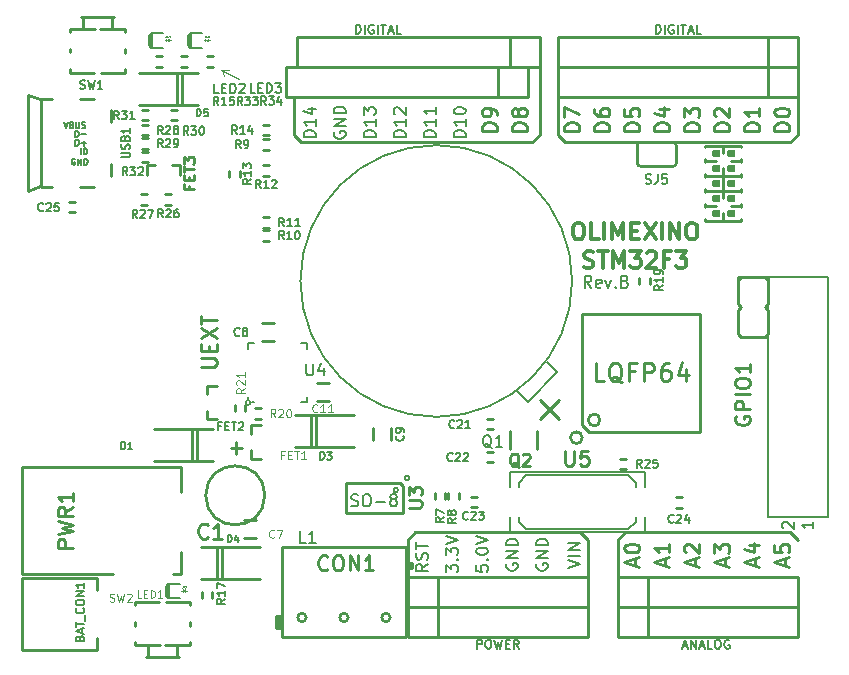
<source format=gbr>
G04 #@! TF.GenerationSoftware,KiCad,Pcbnew,5.1.5+dfsg1-2build2*
G04 #@! TF.CreationDate,2020-06-04T11:32:48+03:00*
G04 #@! TF.ProjectId,OLIMEXINO-STM32F3_RevB,4f4c494d-4558-4494-9e4f-2d53544d3332,rev?*
G04 #@! TF.SameCoordinates,Original*
G04 #@! TF.FileFunction,Legend,Top*
G04 #@! TF.FilePolarity,Positive*
%FSLAX46Y46*%
G04 Gerber Fmt 4.6, Leading zero omitted, Abs format (unit mm)*
G04 Created by KiCad (PCBNEW 5.1.5+dfsg1-2build2) date 2020-06-04 11:32:48*
%MOMM*%
%LPD*%
G04 APERTURE LIST*
%ADD10C,0.250000*%
%ADD11C,0.150000*%
%ADD12C,0.300000*%
%ADD13C,0.120000*%
%ADD14C,0.200000*%
%ADD15C,0.254000*%
%ADD16C,0.066040*%
%ADD17C,0.127000*%
%ADD18C,0.100000*%
%ADD19C,0.050000*%
%ADD20C,0.203200*%
%ADD21C,0.152400*%
%ADD22C,0.225000*%
%ADD23C,0.158750*%
G04 APERTURE END LIST*
D10*
X74908095Y-74663809D02*
X75960476Y-74663809D01*
X76084285Y-74601904D01*
X76146190Y-74540000D01*
X76208095Y-74416190D01*
X76208095Y-74168571D01*
X76146190Y-74044761D01*
X76084285Y-73982857D01*
X75960476Y-73920952D01*
X74908095Y-73920952D01*
X75527142Y-73301904D02*
X75527142Y-72868571D01*
X76208095Y-72682857D02*
X76208095Y-73301904D01*
X74908095Y-73301904D01*
X74908095Y-72682857D01*
X74908095Y-72249523D02*
X76208095Y-71382857D01*
X74908095Y-71382857D02*
X76208095Y-72249523D01*
X74908095Y-71073333D02*
X74908095Y-70330476D01*
X76208095Y-70701904D02*
X74908095Y-70701904D01*
D11*
X107931904Y-67952380D02*
X107598571Y-67476190D01*
X107360476Y-67952380D02*
X107360476Y-66952380D01*
X107741428Y-66952380D01*
X107836666Y-67000000D01*
X107884285Y-67047619D01*
X107931904Y-67142857D01*
X107931904Y-67285714D01*
X107884285Y-67380952D01*
X107836666Y-67428571D01*
X107741428Y-67476190D01*
X107360476Y-67476190D01*
X108741428Y-67904761D02*
X108646190Y-67952380D01*
X108455714Y-67952380D01*
X108360476Y-67904761D01*
X108312857Y-67809523D01*
X108312857Y-67428571D01*
X108360476Y-67333333D01*
X108455714Y-67285714D01*
X108646190Y-67285714D01*
X108741428Y-67333333D01*
X108789047Y-67428571D01*
X108789047Y-67523809D01*
X108312857Y-67619047D01*
X109122380Y-67285714D02*
X109360476Y-67952380D01*
X109598571Y-67285714D01*
X109979523Y-67857142D02*
X110027142Y-67904761D01*
X109979523Y-67952380D01*
X109931904Y-67904761D01*
X109979523Y-67857142D01*
X109979523Y-67952380D01*
X110789047Y-67428571D02*
X110931904Y-67476190D01*
X110979523Y-67523809D01*
X111027142Y-67619047D01*
X111027142Y-67761904D01*
X110979523Y-67857142D01*
X110931904Y-67904761D01*
X110836666Y-67952380D01*
X110455714Y-67952380D01*
X110455714Y-66952380D01*
X110789047Y-66952380D01*
X110884285Y-67000000D01*
X110931904Y-67047619D01*
X110979523Y-67142857D01*
X110979523Y-67238095D01*
X110931904Y-67333333D01*
X110884285Y-67380952D01*
X110789047Y-67428571D01*
X110455714Y-67428571D01*
D12*
X106706666Y-62473333D02*
X106973333Y-62473333D01*
X107106666Y-62540000D01*
X107240000Y-62673333D01*
X107306666Y-62940000D01*
X107306666Y-63406666D01*
X107240000Y-63673333D01*
X107106666Y-63806666D01*
X106973333Y-63873333D01*
X106706666Y-63873333D01*
X106573333Y-63806666D01*
X106440000Y-63673333D01*
X106373333Y-63406666D01*
X106373333Y-62940000D01*
X106440000Y-62673333D01*
X106573333Y-62540000D01*
X106706666Y-62473333D01*
X108573333Y-63873333D02*
X107906666Y-63873333D01*
X107906666Y-62473333D01*
X109040000Y-63873333D02*
X109040000Y-62473333D01*
X109706666Y-63873333D02*
X109706666Y-62473333D01*
X110173333Y-63473333D01*
X110640000Y-62473333D01*
X110640000Y-63873333D01*
X111306666Y-63140000D02*
X111773333Y-63140000D01*
X111973333Y-63873333D02*
X111306666Y-63873333D01*
X111306666Y-62473333D01*
X111973333Y-62473333D01*
X112440000Y-62473333D02*
X113373333Y-63873333D01*
X113373333Y-62473333D02*
X112440000Y-63873333D01*
X113906666Y-63873333D02*
X113906666Y-62473333D01*
X114573333Y-63873333D02*
X114573333Y-62473333D01*
X115373333Y-63873333D01*
X115373333Y-62473333D01*
X116306666Y-62473333D02*
X116573333Y-62473333D01*
X116706666Y-62540000D01*
X116840000Y-62673333D01*
X116906666Y-62940000D01*
X116906666Y-63406666D01*
X116840000Y-63673333D01*
X116706666Y-63806666D01*
X116573333Y-63873333D01*
X116306666Y-63873333D01*
X116173333Y-63806666D01*
X116040000Y-63673333D01*
X115973333Y-63406666D01*
X115973333Y-62940000D01*
X116040000Y-62673333D01*
X116173333Y-62540000D01*
X116306666Y-62473333D01*
X107306666Y-66206666D02*
X107506666Y-66273333D01*
X107840000Y-66273333D01*
X107973333Y-66206666D01*
X108040000Y-66140000D01*
X108106666Y-66006666D01*
X108106666Y-65873333D01*
X108040000Y-65740000D01*
X107973333Y-65673333D01*
X107840000Y-65606666D01*
X107573333Y-65540000D01*
X107440000Y-65473333D01*
X107373333Y-65406666D01*
X107306666Y-65273333D01*
X107306666Y-65140000D01*
X107373333Y-65006666D01*
X107440000Y-64940000D01*
X107573333Y-64873333D01*
X107906666Y-64873333D01*
X108106666Y-64940000D01*
X108506666Y-64873333D02*
X109306666Y-64873333D01*
X108906666Y-66273333D02*
X108906666Y-64873333D01*
X109773333Y-66273333D02*
X109773333Y-64873333D01*
X110240000Y-65873333D01*
X110706666Y-64873333D01*
X110706666Y-66273333D01*
X111240000Y-64873333D02*
X112106666Y-64873333D01*
X111640000Y-65406666D01*
X111840000Y-65406666D01*
X111973333Y-65473333D01*
X112040000Y-65540000D01*
X112106666Y-65673333D01*
X112106666Y-66006666D01*
X112040000Y-66140000D01*
X111973333Y-66206666D01*
X111840000Y-66273333D01*
X111440000Y-66273333D01*
X111306666Y-66206666D01*
X111240000Y-66140000D01*
X112640000Y-65006666D02*
X112706666Y-64940000D01*
X112840000Y-64873333D01*
X113173333Y-64873333D01*
X113306666Y-64940000D01*
X113373333Y-65006666D01*
X113440000Y-65140000D01*
X113440000Y-65273333D01*
X113373333Y-65473333D01*
X112573333Y-66273333D01*
X113440000Y-66273333D01*
X114506666Y-65540000D02*
X114040000Y-65540000D01*
X114040000Y-66273333D02*
X114040000Y-64873333D01*
X114706666Y-64873333D01*
X115106666Y-64873333D02*
X115973333Y-64873333D01*
X115506666Y-65406666D01*
X115706666Y-65406666D01*
X115840000Y-65473333D01*
X115906666Y-65540000D01*
X115973333Y-65673333D01*
X115973333Y-66006666D01*
X115906666Y-66140000D01*
X115840000Y-66206666D01*
X115706666Y-66273333D01*
X115306666Y-66273333D01*
X115173333Y-66206666D01*
X115106666Y-66140000D01*
D11*
X124182619Y-88335714D02*
X124135000Y-88288095D01*
X124087380Y-88192857D01*
X124087380Y-87954761D01*
X124135000Y-87859523D01*
X124182619Y-87811904D01*
X124277857Y-87764285D01*
X124373095Y-87764285D01*
X124515952Y-87811904D01*
X125087380Y-88383333D01*
X125087380Y-87764285D01*
X126737380Y-87764285D02*
X126737380Y-88335714D01*
X126737380Y-88050000D02*
X125737380Y-88050000D01*
X125880238Y-88145238D01*
X125975476Y-88240476D01*
X126023095Y-88335714D01*
D13*
X77210000Y-49500000D02*
X77140000Y-49490000D01*
X76620000Y-49540000D02*
X77210000Y-49500000D01*
X76840000Y-50060000D02*
X76620000Y-49540000D01*
X78060000Y-50320000D02*
X76580000Y-49520000D01*
D14*
X106302722Y-67390000D02*
G75*
G03X106302722Y-67390000I-11502722J0D01*
G01*
X102523020Y-77627492D02*
X101624995Y-76729466D01*
X105037492Y-75113020D02*
X102523020Y-77627492D01*
X104139466Y-74214995D02*
X105037492Y-75113020D01*
D15*
X92374220Y-95002321D02*
X94914220Y-95002321D01*
X94914220Y-95002321D02*
X107614220Y-95002321D01*
X107614220Y-95002321D02*
X107614220Y-97542321D01*
X107614220Y-97542321D02*
X94914220Y-97542321D01*
X94914220Y-95002321D02*
X94914220Y-97542321D01*
X94914220Y-97542321D02*
X92374220Y-97542321D01*
X92374220Y-97542321D02*
X92374220Y-95002321D01*
X110154220Y-95002321D02*
X112694220Y-95002321D01*
X112694220Y-95002321D02*
X125394220Y-95002321D01*
X125394220Y-95002321D02*
X125394220Y-97542321D01*
X125394220Y-97542321D02*
X112694220Y-97542321D01*
X110154220Y-97542321D02*
X110154220Y-95002321D01*
X112694220Y-95002321D02*
X112694220Y-97542321D01*
X112694220Y-97542321D02*
X110154220Y-97542321D01*
X92374220Y-95002321D02*
X92374220Y-89287321D01*
X107614220Y-95002321D02*
X107614220Y-89287321D01*
X92374220Y-89287321D02*
X93009220Y-88652321D01*
X93009220Y-88652321D02*
X106979220Y-88652321D01*
X106979220Y-88652321D02*
X107614220Y-89287321D01*
X110154220Y-95002321D02*
X110154220Y-89287321D01*
X125394220Y-95002321D02*
X125394220Y-92462321D01*
X110789220Y-88652321D02*
X124759220Y-88652321D01*
X110154220Y-89287321D02*
X110789220Y-88652321D01*
X125394220Y-89287321D02*
X124759220Y-88652321D01*
X125394220Y-49282321D02*
X122854220Y-49282321D01*
X122854220Y-49282321D02*
X105074220Y-49282321D01*
X105074220Y-49282321D02*
X105074220Y-46742321D01*
X105074220Y-46742321D02*
X122854220Y-46742321D01*
X125394220Y-46742321D02*
X125394220Y-49282321D01*
X122854220Y-49282321D02*
X122854220Y-46742321D01*
X122854220Y-46742321D02*
X125394220Y-46742321D01*
X125394220Y-49282321D02*
X125394220Y-54997321D01*
X105074220Y-49282321D02*
X105074220Y-54997321D01*
X124759220Y-55632321D02*
X105709220Y-55632321D01*
X125394220Y-54997321D02*
X124759220Y-55632321D01*
X105074220Y-54997321D02*
X105709220Y-55632321D01*
X103550220Y-49282321D02*
X101010220Y-49282321D01*
X101010220Y-49282321D02*
X82088490Y-49282321D01*
X82977490Y-49282321D02*
X82977490Y-46742321D01*
X82977490Y-46742321D02*
X101010220Y-46742321D01*
X103550220Y-46742321D02*
X103550220Y-49282321D01*
X101010220Y-49282321D02*
X101010220Y-46742321D01*
X101010220Y-46742321D02*
X103550220Y-46742321D01*
X103550220Y-49282321D02*
X103550220Y-54997321D01*
X82088490Y-49282321D02*
X82088490Y-51822321D01*
X82723490Y-51822321D02*
X82723490Y-54997321D01*
X102915220Y-55632321D02*
X83358490Y-55632321D01*
X103550220Y-54997321D02*
X102915220Y-55632321D01*
X82723490Y-54997321D02*
X83358490Y-55632321D01*
X122854220Y-51822321D02*
X105074220Y-51822321D01*
X125394220Y-51822321D02*
X122854220Y-51822321D01*
X122854220Y-51822321D02*
X122854220Y-49282321D01*
X102534220Y-51822321D02*
X82088490Y-51822321D01*
X102534220Y-51822321D02*
X102534220Y-49282321D01*
X112694220Y-92462321D02*
X125394220Y-92462321D01*
X110154220Y-92462321D02*
X112694220Y-92462321D01*
X112694220Y-92462321D02*
X112694220Y-95002321D01*
X94914220Y-92462321D02*
X107614220Y-92462321D01*
X92374220Y-92462321D02*
X94914220Y-92462321D01*
X94914220Y-92462321D02*
X94914220Y-95002321D01*
X99994220Y-51822321D02*
X99994220Y-49282321D01*
X122860000Y-67070000D02*
X120320000Y-67070000D01*
X120320000Y-71896000D02*
X120574000Y-72150000D01*
X120320000Y-69356000D02*
X120320000Y-67578000D01*
X120574000Y-69610000D02*
X120320000Y-69356000D01*
X120320000Y-69864000D02*
X120574000Y-69610000D01*
X120320000Y-71896000D02*
X120320000Y-69864000D01*
X120320000Y-67578000D02*
X120320000Y-67070000D01*
X120320000Y-67324000D02*
X120574000Y-67070000D01*
X122606000Y-67070000D02*
X122860000Y-67324000D01*
X122606000Y-72150000D02*
X120574000Y-72150000D01*
X122860000Y-71896000D02*
X122606000Y-72150000D01*
X122860000Y-69864000D02*
X122860000Y-71896000D01*
X122606000Y-69610000D02*
X122860000Y-69864000D01*
X122860000Y-69356000D02*
X122606000Y-69610000D01*
X122860000Y-67324000D02*
X122860000Y-69356000D01*
X122860000Y-67070000D02*
X122860000Y-67324000D01*
X119100000Y-55925000D02*
X117576000Y-55925000D01*
X118465000Y-57195000D02*
X117576000Y-57195000D01*
X119100000Y-58465000D02*
X117576000Y-58465000D01*
X119100000Y-59735000D02*
X117576000Y-59735000D01*
X118465000Y-61005000D02*
X117576000Y-61005000D01*
X120624000Y-55925000D02*
X119100000Y-55925000D01*
X120624000Y-57195000D02*
X119735000Y-57195000D01*
X120624000Y-58465000D02*
X119100000Y-58465000D01*
X120624000Y-59735000D02*
X119100000Y-59735000D01*
X120624000Y-61005000D02*
X119735000Y-61005000D01*
X117576000Y-61005000D02*
X117576000Y-60878000D01*
X117576000Y-61132000D02*
X117576000Y-61005000D01*
X117576000Y-59735000D02*
X117576000Y-59608000D01*
X117576000Y-59862000D02*
X117576000Y-59735000D01*
X117576000Y-58465000D02*
X117576000Y-58338000D01*
X117576000Y-58592000D02*
X117576000Y-58465000D01*
X117576000Y-57195000D02*
X117576000Y-57068000D01*
X117576000Y-57322000D02*
X117576000Y-57195000D01*
X117576000Y-56052000D02*
X117576000Y-55925000D01*
X120624000Y-56052000D02*
X120624000Y-55925000D01*
X120624000Y-57195000D02*
X120624000Y-57068000D01*
X120624000Y-57322000D02*
X120624000Y-57195000D01*
X120624000Y-58465000D02*
X120624000Y-58338000D01*
X120624000Y-58592000D02*
X120624000Y-58465000D01*
X120624000Y-59735000D02*
X120624000Y-59608000D01*
X120624000Y-59862000D02*
X120624000Y-59735000D01*
X120624000Y-61005000D02*
X120624000Y-60878000D01*
X120624000Y-61132000D02*
X120624000Y-61005000D01*
X119100000Y-56560000D02*
X119100000Y-55925000D01*
X119100000Y-58465000D02*
X119100000Y-57830000D01*
X119100000Y-59735000D02*
X119100000Y-58465000D01*
X119100000Y-60370000D02*
X119100000Y-59735000D01*
X119100000Y-62275000D02*
X119100000Y-61640000D01*
X120624000Y-62275000D02*
X120624000Y-62148000D01*
X119100000Y-62275000D02*
X120624000Y-62275000D01*
X117576000Y-62275000D02*
X119100000Y-62275000D01*
X117576000Y-62148000D02*
X117576000Y-62275000D01*
D16*
X119989000Y-56814000D02*
X119481000Y-56814000D01*
X119481000Y-56814000D02*
X119481000Y-56306000D01*
X119989000Y-56306000D02*
X119481000Y-56306000D01*
X119989000Y-56814000D02*
X119989000Y-56306000D01*
X119989000Y-58084000D02*
X119481000Y-58084000D01*
X119481000Y-58084000D02*
X119481000Y-57576000D01*
X119989000Y-57576000D02*
X119481000Y-57576000D01*
X119989000Y-58084000D02*
X119989000Y-57576000D01*
X119989000Y-59354000D02*
X119481000Y-59354000D01*
X119481000Y-59354000D02*
X119481000Y-58846000D01*
X119989000Y-58846000D02*
X119481000Y-58846000D01*
X119989000Y-59354000D02*
X119989000Y-58846000D01*
X119989000Y-60624000D02*
X119481000Y-60624000D01*
X119481000Y-60624000D02*
X119481000Y-60116000D01*
X119989000Y-60116000D02*
X119481000Y-60116000D01*
X119989000Y-60624000D02*
X119989000Y-60116000D01*
X119989000Y-61894000D02*
X119481000Y-61894000D01*
X119481000Y-61894000D02*
X119481000Y-61386000D01*
X119989000Y-61386000D02*
X119481000Y-61386000D01*
X119989000Y-61894000D02*
X119989000Y-61386000D01*
X118719000Y-56814000D02*
X118211000Y-56814000D01*
X118211000Y-56814000D02*
X118211000Y-56306000D01*
X118719000Y-56306000D02*
X118211000Y-56306000D01*
X118719000Y-56814000D02*
X118719000Y-56306000D01*
X118719000Y-58084000D02*
X118211000Y-58084000D01*
X118211000Y-58084000D02*
X118211000Y-57576000D01*
X118719000Y-57576000D02*
X118211000Y-57576000D01*
X118719000Y-58084000D02*
X118719000Y-57576000D01*
X118719000Y-59354000D02*
X118211000Y-59354000D01*
X118211000Y-59354000D02*
X118211000Y-58846000D01*
X118719000Y-58846000D02*
X118211000Y-58846000D01*
X118719000Y-59354000D02*
X118719000Y-58846000D01*
X118719000Y-60624000D02*
X118211000Y-60624000D01*
X118211000Y-60624000D02*
X118211000Y-60116000D01*
X118719000Y-60116000D02*
X118211000Y-60116000D01*
X118719000Y-60624000D02*
X118719000Y-60116000D01*
X118719000Y-61894000D02*
X118211000Y-61894000D01*
X118211000Y-61894000D02*
X118211000Y-61386000D01*
X118719000Y-61386000D02*
X118211000Y-61386000D01*
X118719000Y-61894000D02*
X118719000Y-61386000D01*
D15*
X118592000Y-61767000D02*
X118338000Y-61767000D01*
D12*
X118592000Y-61513000D02*
X118592000Y-61767000D01*
D15*
X118338000Y-61513000D02*
X118592000Y-61513000D01*
D12*
X118338000Y-61767000D02*
X118338000Y-61513000D01*
D15*
X118592000Y-60497000D02*
X118338000Y-60497000D01*
D12*
X118592000Y-60243000D02*
X118592000Y-60497000D01*
D15*
X118338000Y-60243000D02*
X118592000Y-60243000D01*
D12*
X118338000Y-60497000D02*
X118338000Y-60243000D01*
D15*
X118592000Y-59227000D02*
X118338000Y-59227000D01*
D12*
X118592000Y-58973000D02*
X118592000Y-59227000D01*
D15*
X118338000Y-58973000D02*
X118592000Y-58973000D01*
D12*
X118338000Y-59227000D02*
X118338000Y-58973000D01*
D15*
X118592000Y-57957000D02*
X118338000Y-57957000D01*
D12*
X118592000Y-57703000D02*
X118592000Y-57957000D01*
D15*
X118338000Y-57703000D02*
X118592000Y-57703000D01*
D12*
X118338000Y-57957000D02*
X118338000Y-57703000D01*
D15*
X118592000Y-56687000D02*
X118338000Y-56687000D01*
D12*
X118592000Y-56433000D02*
X118592000Y-56687000D01*
D15*
X118338000Y-56433000D02*
X118592000Y-56433000D01*
D12*
X118338000Y-56687000D02*
X118338000Y-56433000D01*
X119862000Y-56433000D02*
X119862000Y-56687000D01*
D15*
X119608000Y-56433000D02*
X119862000Y-56433000D01*
D12*
X119608000Y-56687000D02*
X119608000Y-56433000D01*
D15*
X119862000Y-56687000D02*
X119608000Y-56687000D01*
X119862000Y-57957000D02*
X119608000Y-57957000D01*
D12*
X119862000Y-57703000D02*
X119862000Y-57957000D01*
D15*
X119608000Y-57703000D02*
X119862000Y-57703000D01*
D12*
X119608000Y-57957000D02*
X119608000Y-57703000D01*
D15*
X119862000Y-59227000D02*
X119608000Y-59227000D01*
D12*
X119862000Y-58973000D02*
X119862000Y-59227000D01*
D15*
X119608000Y-58973000D02*
X119862000Y-58973000D01*
D12*
X119608000Y-59227000D02*
X119608000Y-58973000D01*
D15*
X119862000Y-60497000D02*
X119608000Y-60497000D01*
D12*
X119862000Y-60243000D02*
X119862000Y-60497000D01*
D15*
X119608000Y-60243000D02*
X119862000Y-60243000D01*
D12*
X119608000Y-60497000D02*
X119608000Y-60243000D01*
D15*
X119862000Y-61767000D02*
X119608000Y-61767000D01*
D12*
X119862000Y-61513000D02*
X119862000Y-61767000D01*
D15*
X119608000Y-61513000D02*
X119862000Y-61513000D01*
D12*
X119608000Y-61767000D02*
X119608000Y-61513000D01*
D15*
X61300000Y-59400000D02*
X61300000Y-52000000D01*
X65800000Y-52000000D02*
X64600000Y-52000000D01*
X67300000Y-53900000D02*
X67300000Y-52900000D01*
X67300000Y-58500000D02*
X67300000Y-57500000D01*
X62300000Y-59400000D02*
X61300000Y-59400000D01*
X60200000Y-59764000D02*
X60200000Y-51636000D01*
X61300000Y-52000000D02*
X62300000Y-52000000D01*
X65800000Y-59400000D02*
X64600000Y-59400000D01*
X60271000Y-59764000D02*
X61287000Y-59383000D01*
X60271000Y-51636000D02*
X61287000Y-52017000D01*
D10*
X117160000Y-80160000D02*
X107760000Y-80160000D01*
X117160000Y-70160000D02*
X117160000Y-80160000D01*
X107160000Y-70160000D02*
X117160000Y-70160000D01*
X107160000Y-79560000D02*
X107160000Y-70160000D01*
X107760000Y-80160000D02*
X107160000Y-79560000D01*
D15*
X108660000Y-79160000D02*
G75*
G03X108660000Y-79160000I-500000J0D01*
G01*
X107160000Y-80660000D02*
G75*
G03X107160000Y-80660000I-500000J0D01*
G01*
D11*
X79070000Y-77670000D02*
G75*
G03X79070000Y-77670000I-200000J0D01*
G01*
X78870000Y-72670000D02*
X78870000Y-73170000D01*
X79370000Y-72670000D02*
X78870000Y-72670000D01*
X78870000Y-77370000D02*
X78870000Y-77170000D01*
X79370000Y-77670000D02*
X79170000Y-77670000D01*
X83870000Y-72670000D02*
X83870000Y-73170000D01*
X83370000Y-72670000D02*
X83870000Y-72670000D01*
X83870000Y-77670000D02*
X83870000Y-77170000D01*
X83370000Y-77670000D02*
X83870000Y-77670000D01*
D17*
X91565566Y-85095000D02*
G75*
G03X91565566Y-85095000I-197566J0D01*
G01*
D15*
X91987760Y-86994920D02*
X87192240Y-86994920D01*
X91987760Y-84731780D02*
X91987760Y-86994920D01*
X91723600Y-84465080D02*
X91987760Y-84731780D01*
X87192240Y-84465080D02*
X91723600Y-84465080D01*
X87192240Y-86994920D02*
X87192240Y-84465080D01*
D17*
X92512986Y-84066300D02*
G75*
G03X92512986Y-84066300I-197566J0D01*
G01*
D15*
X73950000Y-98250000D02*
X71800000Y-98250000D01*
X69250000Y-98250000D02*
X71390000Y-98250000D01*
X73950000Y-94550000D02*
X71890000Y-94550000D01*
X69250000Y-94550000D02*
X71320000Y-94550000D01*
X72850000Y-98250000D02*
X72850000Y-99260000D01*
X70350000Y-98250000D02*
X70350000Y-99240000D01*
X70200000Y-99260000D02*
X73010000Y-99260000D01*
X73949500Y-96260300D02*
X73949500Y-96577800D01*
X69250500Y-96247600D02*
X69250500Y-96565100D01*
X73949500Y-98244200D02*
X73949500Y-97990200D01*
X69250500Y-98244200D02*
X69250500Y-97977500D01*
X73949500Y-94555800D02*
X73949500Y-94835200D01*
X69250500Y-94555800D02*
X69250500Y-94822500D01*
X63750000Y-46050000D02*
X65900000Y-46050000D01*
X68450000Y-46050000D02*
X66310000Y-46050000D01*
X63750000Y-49750000D02*
X65810000Y-49750000D01*
X68450000Y-49750000D02*
X66380000Y-49750000D01*
X64850000Y-46050000D02*
X64850000Y-45040000D01*
X67350000Y-46050000D02*
X67350000Y-45060000D01*
X67500000Y-45040000D02*
X64690000Y-45040000D01*
X63750500Y-48039700D02*
X63750500Y-47722200D01*
X68449500Y-48052400D02*
X68449500Y-47734900D01*
X63750500Y-46055800D02*
X63750500Y-46309800D01*
X68449500Y-46055800D02*
X68449500Y-46322500D01*
X63750500Y-49744200D02*
X63750500Y-49464800D01*
X68449500Y-49744200D02*
X68449500Y-49477500D01*
X112063000Y-55634000D02*
G75*
G03X111809000Y-55888000I0J-254000D01*
G01*
X115111000Y-55888000D02*
G75*
G03X114857000Y-55634000I-254000J0D01*
G01*
X114857000Y-57666000D02*
G75*
G03X115111000Y-57412000I0J254000D01*
G01*
X111809000Y-57412000D02*
G75*
G03X112063000Y-57666000I254000J0D01*
G01*
X114857000Y-57666000D02*
X112063000Y-57666000D01*
X115111000Y-55888000D02*
X115111000Y-57412000D01*
X111809000Y-55888000D02*
X111809000Y-57412000D01*
X112063000Y-55634000D02*
X114857000Y-55634000D01*
X75610000Y-48345500D02*
X75864000Y-48345500D01*
X75610000Y-48345500D02*
X75356000Y-48345500D01*
X75610000Y-49234500D02*
X75356000Y-49234500D01*
X75610000Y-49234500D02*
X75864000Y-49234500D01*
X73400000Y-49234500D02*
X73146000Y-49234500D01*
X73400000Y-49234500D02*
X73654000Y-49234500D01*
X73400000Y-48345500D02*
X73654000Y-48345500D01*
X73400000Y-48345500D02*
X73146000Y-48345500D01*
X70160000Y-56445500D02*
X70414000Y-56445500D01*
X70160000Y-56445500D02*
X69906000Y-56445500D01*
X70160000Y-57334500D02*
X69906000Y-57334500D01*
X70160000Y-57334500D02*
X70414000Y-57334500D01*
X70150000Y-53794500D02*
X69896000Y-53794500D01*
X70150000Y-53794500D02*
X70404000Y-53794500D01*
X70150000Y-52905500D02*
X70404000Y-52905500D01*
X70150000Y-52905500D02*
X69896000Y-52905500D01*
X72580000Y-53794500D02*
X72326000Y-53794500D01*
X72580000Y-53794500D02*
X72834000Y-53794500D01*
X72580000Y-52905500D02*
X72834000Y-52905500D01*
X72580000Y-52905500D02*
X72326000Y-52905500D01*
X70160000Y-56194500D02*
X69906000Y-56194500D01*
X70160000Y-56194500D02*
X70414000Y-56194500D01*
X70160000Y-55305500D02*
X70414000Y-55305500D01*
X70160000Y-55305500D02*
X69906000Y-55305500D01*
X70160000Y-55044500D02*
X69906000Y-55044500D01*
X70160000Y-55044500D02*
X70414000Y-55044500D01*
X70160000Y-54155500D02*
X70414000Y-54155500D01*
X70160000Y-54155500D02*
X69906000Y-54155500D01*
X70020000Y-60934500D02*
X69766000Y-60934500D01*
X70020000Y-60934500D02*
X70274000Y-60934500D01*
X70020000Y-60045500D02*
X70274000Y-60045500D01*
X70020000Y-60045500D02*
X69766000Y-60045500D01*
X72070000Y-60045500D02*
X72324000Y-60045500D01*
X72070000Y-60045500D02*
X71816000Y-60045500D01*
X72070000Y-60934500D02*
X71816000Y-60934500D01*
X72070000Y-60934500D02*
X72324000Y-60934500D01*
X110620000Y-83314500D02*
X110366000Y-83314500D01*
X110620000Y-83314500D02*
X110874000Y-83314500D01*
X110620000Y-82425500D02*
X110874000Y-82425500D01*
X110620000Y-82425500D02*
X110366000Y-82425500D01*
X77735500Y-78110000D02*
X77735500Y-77856000D01*
X77735500Y-78110000D02*
X77735500Y-78364000D01*
X78624500Y-78110000D02*
X78624500Y-78364000D01*
X78624500Y-78110000D02*
X78624500Y-77856000D01*
X79690000Y-78175500D02*
X79944000Y-78175500D01*
X79690000Y-78175500D02*
X79436000Y-78175500D01*
X79690000Y-79064500D02*
X79436000Y-79064500D01*
X79690000Y-79064500D02*
X79944000Y-79064500D01*
X111965500Y-67390000D02*
X111965500Y-67136000D01*
X111965500Y-67390000D02*
X111965500Y-67644000D01*
X112854500Y-67390000D02*
X112854500Y-67644000D01*
X112854500Y-67390000D02*
X112854500Y-67136000D01*
X74930000Y-93980000D02*
X74930000Y-93726000D01*
X74930000Y-93980000D02*
X74930000Y-94234000D01*
X75819000Y-93980000D02*
X75819000Y-94234000D01*
X75819000Y-93980000D02*
X75819000Y-93726000D01*
X71330000Y-49234500D02*
X71076000Y-49234500D01*
X71330000Y-49234500D02*
X71584000Y-49234500D01*
X71330000Y-48345500D02*
X71584000Y-48345500D01*
X71330000Y-48345500D02*
X71076000Y-48345500D01*
X80370000Y-54175500D02*
X80624000Y-54175500D01*
X80370000Y-54175500D02*
X80116000Y-54175500D01*
X80370000Y-55064500D02*
X80116000Y-55064500D01*
X80370000Y-55064500D02*
X80624000Y-55064500D01*
X78144500Y-58300000D02*
X78144500Y-58554000D01*
X78144500Y-58300000D02*
X78144500Y-58046000D01*
X77255500Y-58300000D02*
X77255500Y-58046000D01*
X77255500Y-58300000D02*
X77255500Y-58554000D01*
X80370000Y-57585500D02*
X80624000Y-57585500D01*
X80370000Y-57585500D02*
X80116000Y-57585500D01*
X80370000Y-58474500D02*
X80116000Y-58474500D01*
X80370000Y-58474500D02*
X80624000Y-58474500D01*
X80370000Y-61995500D02*
X80624000Y-61995500D01*
X80370000Y-61995500D02*
X80116000Y-61995500D01*
X80370000Y-62884500D02*
X80116000Y-62884500D01*
X80370000Y-62884500D02*
X80624000Y-62884500D01*
X80380000Y-63085500D02*
X80634000Y-63085500D01*
X80380000Y-63085500D02*
X80126000Y-63085500D01*
X80380000Y-63974500D02*
X80126000Y-63974500D01*
X80380000Y-63974500D02*
X80634000Y-63974500D01*
X80370000Y-55375500D02*
X80624000Y-55375500D01*
X80370000Y-55375500D02*
X80116000Y-55375500D01*
X80370000Y-56264500D02*
X80116000Y-56264500D01*
X80370000Y-56264500D02*
X80624000Y-56264500D01*
X95795500Y-85560000D02*
X95795500Y-85306000D01*
X95795500Y-85560000D02*
X95795500Y-85814000D01*
X96684500Y-85560000D02*
X96684500Y-85814000D01*
X96684500Y-85560000D02*
X96684500Y-85306000D01*
X95554500Y-85560000D02*
X95554500Y-85814000D01*
X95554500Y-85560000D02*
X95554500Y-85306000D01*
X94665500Y-85560000D02*
X94665500Y-85306000D01*
X94665500Y-85560000D02*
X94665500Y-85814000D01*
D11*
X111673000Y-87771000D02*
X111673000Y-87390000D01*
X111673000Y-84469000D02*
X111673000Y-84850000D01*
X101767000Y-84469000D02*
X101767000Y-84850000D01*
X101767000Y-87771000D02*
X101767000Y-87390000D01*
X101005000Y-88660000D02*
X101005000Y-87390000D01*
X101005000Y-83580000D02*
X101005000Y-84850000D01*
X112435000Y-83580000D02*
X112435000Y-84850000D01*
X112435000Y-88660000D02*
X112435000Y-87390000D01*
X111673000Y-84469000D02*
X111038000Y-83834000D01*
X111038000Y-83834000D02*
X102402000Y-83834000D01*
X102402000Y-83834000D02*
X101767000Y-84469000D01*
X101767000Y-87771000D02*
X102402000Y-88406000D01*
X102402000Y-88406000D02*
X111038000Y-88406000D01*
X111038000Y-88406000D02*
X111673000Y-87771000D01*
X101005000Y-83580000D02*
X112435000Y-83580000D01*
X112435000Y-88660000D02*
X101005000Y-88660000D01*
D15*
X101077000Y-80128000D02*
X101077000Y-81652000D01*
X103363000Y-80128000D02*
X103363000Y-81652000D01*
X73200000Y-92200000D02*
X72500000Y-92200000D01*
X59700000Y-92200000D02*
X67400000Y-92200000D01*
X73200000Y-92200280D02*
X73200000Y-90342000D01*
X73200000Y-83148000D02*
X73200000Y-85246000D01*
X59700000Y-83148000D02*
X59700000Y-92200000D01*
X73200000Y-83148000D02*
X59700000Y-83148000D01*
D17*
X73963000Y-46405800D02*
X74979000Y-46405800D01*
X74979000Y-47625000D02*
X73963000Y-47625000D01*
D18*
X75620000Y-46990000D02*
X75100000Y-46990000D01*
X75450000Y-47100000D02*
X75450000Y-46880000D01*
X75450000Y-47100000D02*
X75340000Y-47000000D01*
X75450000Y-46880000D02*
X75350000Y-46980000D01*
X75260000Y-47100000D02*
X75260000Y-46880000D01*
D19*
X75182200Y-46744400D02*
X75312200Y-46634400D01*
X75313800Y-46635400D02*
X75233800Y-46645400D01*
X75313800Y-46635400D02*
X75313800Y-46715400D01*
X75529200Y-46635400D02*
X75529200Y-46715400D01*
X75529200Y-46635400D02*
X75449200Y-46645400D01*
X75389200Y-46765400D02*
X75519200Y-46655400D01*
D15*
X73950300Y-47561500D02*
X73797900Y-47434500D01*
X73950300Y-46469300D02*
X73810600Y-46596300D01*
X73797900Y-47434500D02*
X73797900Y-46609000D01*
X73963000Y-46507400D02*
X73963000Y-47548800D01*
D17*
X70653000Y-46405800D02*
X71669000Y-46405800D01*
X71669000Y-47625000D02*
X70653000Y-47625000D01*
D18*
X72310000Y-46990000D02*
X71790000Y-46990000D01*
X72140000Y-47100000D02*
X72140000Y-46880000D01*
X72140000Y-47100000D02*
X72030000Y-47000000D01*
X72140000Y-46880000D02*
X72040000Y-46980000D01*
X71950000Y-47100000D02*
X71950000Y-46880000D01*
D19*
X71872200Y-46744400D02*
X72002200Y-46634400D01*
X72003800Y-46635400D02*
X71923800Y-46645400D01*
X72003800Y-46635400D02*
X72003800Y-46715400D01*
X72219200Y-46635400D02*
X72219200Y-46715400D01*
X72219200Y-46635400D02*
X72139200Y-46645400D01*
X72079200Y-46765400D02*
X72209200Y-46655400D01*
D15*
X70640300Y-47561500D02*
X70487900Y-47434500D01*
X70640300Y-46469300D02*
X70500600Y-46596300D01*
X70487900Y-47434500D02*
X70487900Y-46609000D01*
X70653000Y-46507400D02*
X70653000Y-47548800D01*
D17*
X72072500Y-93014800D02*
X73088500Y-93014800D01*
X73088500Y-94234000D02*
X72072500Y-94234000D01*
D18*
X73729500Y-93599000D02*
X73209500Y-93599000D01*
X73559500Y-93709000D02*
X73559500Y-93489000D01*
X73559500Y-93709000D02*
X73449500Y-93609000D01*
X73559500Y-93489000D02*
X73459500Y-93589000D01*
X73369500Y-93709000D02*
X73369500Y-93489000D01*
D19*
X73291700Y-93353400D02*
X73421700Y-93243400D01*
X73423300Y-93244400D02*
X73343300Y-93254400D01*
X73423300Y-93244400D02*
X73423300Y-93324400D01*
X73638700Y-93244400D02*
X73638700Y-93324400D01*
X73638700Y-93244400D02*
X73558700Y-93254400D01*
X73498700Y-93374400D02*
X73628700Y-93264400D01*
D15*
X72059800Y-94170500D02*
X71907400Y-94043500D01*
X72059800Y-93078300D02*
X71920100Y-93205300D01*
X71907400Y-94043500D02*
X71907400Y-93218000D01*
X72072500Y-93116400D02*
X72072500Y-94157800D01*
D11*
X127940000Y-87400000D02*
X122860000Y-87400000D01*
X127940000Y-67080000D02*
X127940000Y-87400000D01*
X122860000Y-67080000D02*
X127940000Y-67080000D01*
X122860000Y-87400000D02*
X122860000Y-67080000D01*
D15*
X73112400Y-57605000D02*
X72401200Y-57605000D01*
X73112400Y-58443200D02*
X73112400Y-57605000D01*
X70267600Y-58443200D02*
X70267600Y-57605000D01*
X70978800Y-57605000D02*
X70267600Y-57605000D01*
X75405000Y-76247600D02*
X75405000Y-76958800D01*
X76243200Y-76247600D02*
X75405000Y-76247600D01*
X76243200Y-79092400D02*
X75405000Y-79092400D01*
X75405000Y-78381200D02*
X75405000Y-79092400D01*
X79115000Y-79607600D02*
X79115000Y-80318800D01*
X79953200Y-79607600D02*
X79115000Y-79607600D01*
X79953200Y-82452400D02*
X79115000Y-82452400D01*
X79115000Y-81741200D02*
X79115000Y-82452400D01*
X72820000Y-52520000D02*
X72820000Y-49820000D01*
X69630000Y-52520000D02*
X74630000Y-52520000D01*
X73260000Y-52520000D02*
X73260000Y-49820000D01*
X74630000Y-49820000D02*
X69630000Y-49820000D01*
X76650000Y-89920000D02*
X76650000Y-92620000D01*
X79840000Y-89920000D02*
X74840000Y-89920000D01*
X76210000Y-89920000D02*
X76210000Y-92620000D01*
X74840000Y-92620000D02*
X79840000Y-92620000D01*
X84620000Y-78740000D02*
X84620000Y-81440000D01*
X87810000Y-78740000D02*
X82810000Y-78740000D01*
X84180000Y-78740000D02*
X84180000Y-81440000D01*
X82810000Y-81440000D02*
X87810000Y-81440000D01*
X74080000Y-82590000D02*
X74080000Y-79890000D01*
X70890000Y-82590000D02*
X75890000Y-82590000D01*
X74520000Y-82590000D02*
X74520000Y-79890000D01*
X75890000Y-79890000D02*
X70890000Y-79890000D01*
X81730000Y-97530000D02*
X81730000Y-89930000D01*
X92230000Y-97530000D02*
X92230000Y-89930000D01*
X81730000Y-89930000D02*
X92230000Y-89930000D01*
X92230000Y-97530000D02*
X81730000Y-97530000D01*
X83783210Y-95889000D02*
G75*
G03X83783210Y-95889000I-359210J0D01*
G01*
X87339210Y-95889000D02*
G75*
G03X87339210Y-95889000I-359210J0D01*
G01*
X90895210Y-95889000D02*
G75*
G03X90895210Y-95889000I-359210J0D01*
G01*
X81230000Y-95730000D02*
X81730000Y-95730000D01*
X81230000Y-96730000D02*
X81730000Y-96730000D01*
X81230000Y-95730000D02*
X81230000Y-96730000D01*
X81380000Y-95730000D02*
X81380000Y-96730000D01*
X81580000Y-95730000D02*
X81580000Y-96730000D01*
X92230000Y-91230000D02*
X92730000Y-91230000D01*
X92730000Y-91230000D02*
X92730000Y-91730000D01*
X92730000Y-91730000D02*
X92230000Y-91730000D01*
X92580000Y-91230000D02*
X92580000Y-91730000D01*
X92380000Y-91230000D02*
X92380000Y-91730000D01*
X63940000Y-60695500D02*
X64194000Y-60695500D01*
X63940000Y-60695500D02*
X63686000Y-60695500D01*
X63940000Y-61584500D02*
X63686000Y-61584500D01*
X63940000Y-61584500D02*
X64194000Y-61584500D01*
X115340000Y-85705500D02*
X115594000Y-85705500D01*
X115340000Y-85705500D02*
X115086000Y-85705500D01*
X115340000Y-86594500D02*
X115086000Y-86594500D01*
X115340000Y-86594500D02*
X115594000Y-86594500D01*
X97980000Y-86544500D02*
X97726000Y-86544500D01*
X97980000Y-86544500D02*
X98234000Y-86544500D01*
X97980000Y-85655500D02*
X98234000Y-85655500D01*
X97980000Y-85655500D02*
X97726000Y-85655500D01*
X99350000Y-82754500D02*
X99096000Y-82754500D01*
X99350000Y-82754500D02*
X99604000Y-82754500D01*
X99350000Y-81865500D02*
X99604000Y-81865500D01*
X99350000Y-81865500D02*
X99096000Y-81865500D01*
X99380000Y-79924500D02*
X99126000Y-79924500D01*
X99380000Y-79924500D02*
X99634000Y-79924500D01*
X99380000Y-79035500D02*
X99634000Y-79035500D01*
X99380000Y-79035500D02*
X99126000Y-79035500D01*
X85698000Y-77572000D02*
X84682000Y-77572000D01*
X85698000Y-76048000D02*
X84682000Y-76048000D01*
X90962000Y-79862000D02*
X90962000Y-80878000D01*
X89438000Y-79862000D02*
X89438000Y-80878000D01*
X80062000Y-70938000D02*
X81078000Y-70938000D01*
X80062000Y-72462000D02*
X81078000Y-72462000D01*
X78552000Y-87628000D02*
X79568000Y-87628000D01*
X78552000Y-89152000D02*
X79568000Y-89152000D01*
X80280000Y-85540000D02*
G75*
G03X80280000Y-85540000I-2500000J0D01*
G01*
X66062300Y-97606600D02*
X66062300Y-98609900D01*
X66062300Y-92539300D02*
X66062300Y-93593400D01*
X66054680Y-92534220D02*
X59745320Y-92534220D01*
X59745320Y-92534220D02*
X59745320Y-98614980D01*
X59745320Y-98614980D02*
X66062302Y-98614980D01*
D10*
X103598429Y-77481423D02*
X105214673Y-79097667D01*
X103598429Y-79097667D02*
X105214673Y-77481423D01*
D20*
X98167839Y-91476559D02*
X98167839Y-91960368D01*
X98651648Y-92008749D01*
X98603267Y-91960368D01*
X98554886Y-91863606D01*
X98554886Y-91621701D01*
X98603267Y-91524940D01*
X98651648Y-91476559D01*
X98748410Y-91428178D01*
X98990315Y-91428178D01*
X99087077Y-91476559D01*
X99135458Y-91524940D01*
X99183839Y-91621701D01*
X99183839Y-91863606D01*
X99135458Y-91960368D01*
X99087077Y-92008749D01*
X99087077Y-90992749D02*
X99135458Y-90944368D01*
X99183839Y-90992749D01*
X99135458Y-91041130D01*
X99087077Y-90992749D01*
X99183839Y-90992749D01*
X98167839Y-90315416D02*
X98167839Y-90218654D01*
X98216220Y-90121892D01*
X98264600Y-90073511D01*
X98361362Y-90025130D01*
X98554886Y-89976749D01*
X98796791Y-89976749D01*
X98990315Y-90025130D01*
X99087077Y-90073511D01*
X99135458Y-90121892D01*
X99183839Y-90218654D01*
X99183839Y-90315416D01*
X99135458Y-90412178D01*
X99087077Y-90460559D01*
X98990315Y-90508940D01*
X98796791Y-90557321D01*
X98554886Y-90557321D01*
X98361362Y-90508940D01*
X98264600Y-90460559D01*
X98216220Y-90412178D01*
X98167839Y-90315416D01*
X98167839Y-89686463D02*
X99183839Y-89347797D01*
X98167839Y-89009130D01*
X100756220Y-91331416D02*
X100707839Y-91428178D01*
X100707839Y-91573321D01*
X100756220Y-91718463D01*
X100852981Y-91815225D01*
X100949743Y-91863606D01*
X101143267Y-91911987D01*
X101288410Y-91911987D01*
X101481934Y-91863606D01*
X101578696Y-91815225D01*
X101675458Y-91718463D01*
X101723839Y-91573321D01*
X101723839Y-91476559D01*
X101675458Y-91331416D01*
X101627077Y-91283035D01*
X101288410Y-91283035D01*
X101288410Y-91476559D01*
X101723839Y-90847606D02*
X100707839Y-90847606D01*
X101723839Y-90267035D01*
X100707839Y-90267035D01*
X101723839Y-89783225D02*
X100707839Y-89783225D01*
X100707839Y-89541321D01*
X100756220Y-89396178D01*
X100852981Y-89299416D01*
X100949743Y-89251035D01*
X101143267Y-89202654D01*
X101288410Y-89202654D01*
X101481934Y-89251035D01*
X101578696Y-89299416D01*
X101675458Y-89396178D01*
X101723839Y-89541321D01*
X101723839Y-89783225D01*
X103296220Y-91331416D02*
X103247839Y-91428178D01*
X103247839Y-91573321D01*
X103296220Y-91718463D01*
X103392981Y-91815225D01*
X103489743Y-91863606D01*
X103683267Y-91911987D01*
X103828410Y-91911987D01*
X104021934Y-91863606D01*
X104118696Y-91815225D01*
X104215458Y-91718463D01*
X104263839Y-91573321D01*
X104263839Y-91476559D01*
X104215458Y-91331416D01*
X104167077Y-91283035D01*
X103828410Y-91283035D01*
X103828410Y-91476559D01*
X104263839Y-90847606D02*
X103247839Y-90847606D01*
X104263839Y-90267035D01*
X103247839Y-90267035D01*
X104263839Y-89783225D02*
X103247839Y-89783225D01*
X103247839Y-89541321D01*
X103296220Y-89396178D01*
X103392981Y-89299416D01*
X103489743Y-89251035D01*
X103683267Y-89202654D01*
X103828410Y-89202654D01*
X104021934Y-89251035D01*
X104118696Y-89299416D01*
X104215458Y-89396178D01*
X104263839Y-89541321D01*
X104263839Y-89783225D01*
X105914839Y-91670082D02*
X106930839Y-91331416D01*
X105914839Y-90992749D01*
X106930839Y-90654082D02*
X105914839Y-90654082D01*
X106930839Y-90170273D02*
X105914839Y-90170273D01*
X106930839Y-89589701D01*
X105914839Y-89589701D01*
D21*
X98234362Y-98522035D02*
X98234362Y-97760035D01*
X98524648Y-97760035D01*
X98597220Y-97796321D01*
X98633505Y-97832606D01*
X98669791Y-97905178D01*
X98669791Y-98014035D01*
X98633505Y-98086606D01*
X98597220Y-98122892D01*
X98524648Y-98159178D01*
X98234362Y-98159178D01*
X99141505Y-97760035D02*
X99286648Y-97760035D01*
X99359220Y-97796321D01*
X99431791Y-97868892D01*
X99468077Y-98014035D01*
X99468077Y-98268035D01*
X99431791Y-98413178D01*
X99359220Y-98485749D01*
X99286648Y-98522035D01*
X99141505Y-98522035D01*
X99068934Y-98485749D01*
X98996362Y-98413178D01*
X98960077Y-98268035D01*
X98960077Y-98014035D01*
X98996362Y-97868892D01*
X99068934Y-97796321D01*
X99141505Y-97760035D01*
X99722077Y-97760035D02*
X99903505Y-98522035D01*
X100048648Y-97977749D01*
X100193791Y-98522035D01*
X100375220Y-97760035D01*
X100665505Y-98122892D02*
X100919505Y-98122892D01*
X101028362Y-98522035D02*
X100665505Y-98522035D01*
X100665505Y-97760035D01*
X101028362Y-97760035D01*
X101790362Y-98522035D02*
X101536362Y-98159178D01*
X101354934Y-98522035D02*
X101354934Y-97760035D01*
X101645220Y-97760035D01*
X101717791Y-97796321D01*
X101754077Y-97832606D01*
X101790362Y-97905178D01*
X101790362Y-98014035D01*
X101754077Y-98086606D01*
X101717791Y-98122892D01*
X101645220Y-98159178D01*
X101354934Y-98159178D01*
D15*
X111635886Y-91464463D02*
X111635886Y-90859701D01*
X111998743Y-91585416D02*
X110728743Y-91162082D01*
X111998743Y-90738749D01*
X110728743Y-90073511D02*
X110728743Y-89952559D01*
X110789220Y-89831606D01*
X110849696Y-89771130D01*
X110970648Y-89710654D01*
X111212553Y-89650178D01*
X111514934Y-89650178D01*
X111756839Y-89710654D01*
X111877791Y-89771130D01*
X111938267Y-89831606D01*
X111998743Y-89952559D01*
X111998743Y-90073511D01*
X111938267Y-90194463D01*
X111877791Y-90254940D01*
X111756839Y-90315416D01*
X111514934Y-90375892D01*
X111212553Y-90375892D01*
X110970648Y-90315416D01*
X110849696Y-90254940D01*
X110789220Y-90194463D01*
X110728743Y-90073511D01*
X114175886Y-91464463D02*
X114175886Y-90859701D01*
X114538743Y-91585416D02*
X113268743Y-91162082D01*
X114538743Y-90738749D01*
X114538743Y-89650178D02*
X114538743Y-90375892D01*
X114538743Y-90013035D02*
X113268743Y-90013035D01*
X113450172Y-90133987D01*
X113571124Y-90254940D01*
X113631600Y-90375892D01*
X116715886Y-91464463D02*
X116715886Y-90859701D01*
X117078743Y-91585416D02*
X115808743Y-91162082D01*
X117078743Y-90738749D01*
X115929696Y-90375892D02*
X115869220Y-90315416D01*
X115808743Y-90194463D01*
X115808743Y-89892082D01*
X115869220Y-89771130D01*
X115929696Y-89710654D01*
X116050648Y-89650178D01*
X116171600Y-89650178D01*
X116353029Y-89710654D01*
X117078743Y-90436368D01*
X117078743Y-89650178D01*
X119255886Y-91464463D02*
X119255886Y-90859701D01*
X119618743Y-91585416D02*
X118348743Y-91162082D01*
X119618743Y-90738749D01*
X118348743Y-90436368D02*
X118348743Y-89650178D01*
X118832553Y-90073511D01*
X118832553Y-89892082D01*
X118893029Y-89771130D01*
X118953505Y-89710654D01*
X119074458Y-89650178D01*
X119376839Y-89650178D01*
X119497791Y-89710654D01*
X119558267Y-89771130D01*
X119618743Y-89892082D01*
X119618743Y-90254940D01*
X119558267Y-90375892D01*
X119497791Y-90436368D01*
X121795886Y-91464463D02*
X121795886Y-90859701D01*
X122158743Y-91585416D02*
X120888743Y-91162082D01*
X122158743Y-90738749D01*
X121312077Y-89771130D02*
X122158743Y-89771130D01*
X120828267Y-90073511D02*
X121735410Y-90375892D01*
X121735410Y-89589701D01*
X124335886Y-91464463D02*
X124335886Y-90859701D01*
X124698743Y-91585416D02*
X123428743Y-91162082D01*
X124698743Y-90738749D01*
X123428743Y-89710654D02*
X123428743Y-90315416D01*
X124033505Y-90375892D01*
X123973029Y-90315416D01*
X123912553Y-90194463D01*
X123912553Y-89892082D01*
X123973029Y-89771130D01*
X124033505Y-89710654D01*
X124154458Y-89650178D01*
X124456839Y-89650178D01*
X124577791Y-89710654D01*
X124638267Y-89771130D01*
X124698743Y-89892082D01*
X124698743Y-90194463D01*
X124638267Y-90315416D01*
X124577791Y-90375892D01*
D21*
X115651505Y-98304321D02*
X116014362Y-98304321D01*
X115578934Y-98522035D02*
X115832934Y-97760035D01*
X116086934Y-98522035D01*
X116340934Y-98522035D02*
X116340934Y-97760035D01*
X116776362Y-98522035D01*
X116776362Y-97760035D01*
X117102934Y-98304321D02*
X117465791Y-98304321D01*
X117030362Y-98522035D02*
X117284362Y-97760035D01*
X117538362Y-98522035D01*
X118155220Y-98522035D02*
X117792362Y-98522035D01*
X117792362Y-97760035D01*
X118554362Y-97760035D02*
X118699505Y-97760035D01*
X118772077Y-97796321D01*
X118844648Y-97868892D01*
X118880934Y-98014035D01*
X118880934Y-98268035D01*
X118844648Y-98413178D01*
X118772077Y-98485749D01*
X118699505Y-98522035D01*
X118554362Y-98522035D01*
X118481791Y-98485749D01*
X118409220Y-98413178D01*
X118372934Y-98268035D01*
X118372934Y-98014035D01*
X118409220Y-97868892D01*
X118481791Y-97796321D01*
X118554362Y-97760035D01*
X119606648Y-97796321D02*
X119534077Y-97760035D01*
X119425220Y-97760035D01*
X119316362Y-97796321D01*
X119243791Y-97868892D01*
X119207505Y-97941463D01*
X119171220Y-98086606D01*
X119171220Y-98195463D01*
X119207505Y-98340606D01*
X119243791Y-98413178D01*
X119316362Y-98485749D01*
X119425220Y-98522035D01*
X119497791Y-98522035D01*
X119606648Y-98485749D01*
X119642934Y-98449463D01*
X119642934Y-98195463D01*
X119497791Y-98195463D01*
D15*
X124698743Y-54664701D02*
X123428743Y-54664701D01*
X123428743Y-54362321D01*
X123489220Y-54180892D01*
X123610172Y-54059940D01*
X123731124Y-53999463D01*
X123973029Y-53938987D01*
X124154458Y-53938987D01*
X124396362Y-53999463D01*
X124517315Y-54059940D01*
X124638267Y-54180892D01*
X124698743Y-54362321D01*
X124698743Y-54664701D01*
X123428743Y-53152797D02*
X123428743Y-53031844D01*
X123489220Y-52910892D01*
X123549696Y-52850416D01*
X123670648Y-52789940D01*
X123912553Y-52729463D01*
X124214934Y-52729463D01*
X124456839Y-52789940D01*
X124577791Y-52850416D01*
X124638267Y-52910892D01*
X124698743Y-53031844D01*
X124698743Y-53152797D01*
X124638267Y-53273749D01*
X124577791Y-53334225D01*
X124456839Y-53394701D01*
X124214934Y-53455178D01*
X123912553Y-53455178D01*
X123670648Y-53394701D01*
X123549696Y-53334225D01*
X123489220Y-53273749D01*
X123428743Y-53152797D01*
X122158743Y-54664701D02*
X120888743Y-54664701D01*
X120888743Y-54362321D01*
X120949220Y-54180892D01*
X121070172Y-54059940D01*
X121191124Y-53999463D01*
X121433029Y-53938987D01*
X121614458Y-53938987D01*
X121856362Y-53999463D01*
X121977315Y-54059940D01*
X122098267Y-54180892D01*
X122158743Y-54362321D01*
X122158743Y-54664701D01*
X122158743Y-52729463D02*
X122158743Y-53455178D01*
X122158743Y-53092321D02*
X120888743Y-53092321D01*
X121070172Y-53213273D01*
X121191124Y-53334225D01*
X121251600Y-53455178D01*
X119618743Y-54664701D02*
X118348743Y-54664701D01*
X118348743Y-54362321D01*
X118409220Y-54180892D01*
X118530172Y-54059940D01*
X118651124Y-53999463D01*
X118893029Y-53938987D01*
X119074458Y-53938987D01*
X119316362Y-53999463D01*
X119437315Y-54059940D01*
X119558267Y-54180892D01*
X119618743Y-54362321D01*
X119618743Y-54664701D01*
X118469696Y-53455178D02*
X118409220Y-53394701D01*
X118348743Y-53273749D01*
X118348743Y-52971368D01*
X118409220Y-52850416D01*
X118469696Y-52789940D01*
X118590648Y-52729463D01*
X118711600Y-52729463D01*
X118893029Y-52789940D01*
X119618743Y-53515654D01*
X119618743Y-52729463D01*
X117078743Y-54664701D02*
X115808743Y-54664701D01*
X115808743Y-54362321D01*
X115869220Y-54180892D01*
X115990172Y-54059940D01*
X116111124Y-53999463D01*
X116353029Y-53938987D01*
X116534458Y-53938987D01*
X116776362Y-53999463D01*
X116897315Y-54059940D01*
X117018267Y-54180892D01*
X117078743Y-54362321D01*
X117078743Y-54664701D01*
X115808743Y-53515654D02*
X115808743Y-52729463D01*
X116292553Y-53152797D01*
X116292553Y-52971368D01*
X116353029Y-52850416D01*
X116413505Y-52789940D01*
X116534458Y-52729463D01*
X116836839Y-52729463D01*
X116957791Y-52789940D01*
X117018267Y-52850416D01*
X117078743Y-52971368D01*
X117078743Y-53334225D01*
X117018267Y-53455178D01*
X116957791Y-53515654D01*
X114538743Y-54664701D02*
X113268743Y-54664701D01*
X113268743Y-54362321D01*
X113329220Y-54180892D01*
X113450172Y-54059940D01*
X113571124Y-53999463D01*
X113813029Y-53938987D01*
X113994458Y-53938987D01*
X114236362Y-53999463D01*
X114357315Y-54059940D01*
X114478267Y-54180892D01*
X114538743Y-54362321D01*
X114538743Y-54664701D01*
X113692077Y-52850416D02*
X114538743Y-52850416D01*
X113208267Y-53152797D02*
X114115410Y-53455178D01*
X114115410Y-52668987D01*
X111998743Y-54664701D02*
X110728743Y-54664701D01*
X110728743Y-54362321D01*
X110789220Y-54180892D01*
X110910172Y-54059940D01*
X111031124Y-53999463D01*
X111273029Y-53938987D01*
X111454458Y-53938987D01*
X111696362Y-53999463D01*
X111817315Y-54059940D01*
X111938267Y-54180892D01*
X111998743Y-54362321D01*
X111998743Y-54664701D01*
X110728743Y-52789940D02*
X110728743Y-53394701D01*
X111333505Y-53455178D01*
X111273029Y-53394701D01*
X111212553Y-53273749D01*
X111212553Y-52971368D01*
X111273029Y-52850416D01*
X111333505Y-52789940D01*
X111454458Y-52729463D01*
X111756839Y-52729463D01*
X111877791Y-52789940D01*
X111938267Y-52850416D01*
X111998743Y-52971368D01*
X111998743Y-53273749D01*
X111938267Y-53394701D01*
X111877791Y-53455178D01*
D21*
X113365505Y-46452035D02*
X113365505Y-45690035D01*
X113546934Y-45690035D01*
X113655791Y-45726321D01*
X113728362Y-45798892D01*
X113764648Y-45871463D01*
X113800934Y-46016606D01*
X113800934Y-46125463D01*
X113764648Y-46270606D01*
X113728362Y-46343178D01*
X113655791Y-46415749D01*
X113546934Y-46452035D01*
X113365505Y-46452035D01*
X114127505Y-46452035D02*
X114127505Y-45690035D01*
X114889505Y-45726321D02*
X114816934Y-45690035D01*
X114708077Y-45690035D01*
X114599220Y-45726321D01*
X114526648Y-45798892D01*
X114490362Y-45871463D01*
X114454077Y-46016606D01*
X114454077Y-46125463D01*
X114490362Y-46270606D01*
X114526648Y-46343178D01*
X114599220Y-46415749D01*
X114708077Y-46452035D01*
X114780648Y-46452035D01*
X114889505Y-46415749D01*
X114925791Y-46379463D01*
X114925791Y-46125463D01*
X114780648Y-46125463D01*
X115252362Y-46452035D02*
X115252362Y-45690035D01*
X115506362Y-45690035D02*
X115941791Y-45690035D01*
X115724077Y-46452035D02*
X115724077Y-45690035D01*
X116159505Y-46234321D02*
X116522362Y-46234321D01*
X116086934Y-46452035D02*
X116340934Y-45690035D01*
X116594934Y-46452035D01*
X117211791Y-46452035D02*
X116848934Y-46452035D01*
X116848934Y-45690035D01*
D15*
X109458743Y-54664701D02*
X108188743Y-54664701D01*
X108188743Y-54362321D01*
X108249220Y-54180892D01*
X108370172Y-54059940D01*
X108491124Y-53999463D01*
X108733029Y-53938987D01*
X108914458Y-53938987D01*
X109156362Y-53999463D01*
X109277315Y-54059940D01*
X109398267Y-54180892D01*
X109458743Y-54362321D01*
X109458743Y-54664701D01*
X108188743Y-52850416D02*
X108188743Y-53092321D01*
X108249220Y-53213273D01*
X108309696Y-53273749D01*
X108491124Y-53394701D01*
X108733029Y-53455178D01*
X109216839Y-53455178D01*
X109337791Y-53394701D01*
X109398267Y-53334225D01*
X109458743Y-53213273D01*
X109458743Y-52971368D01*
X109398267Y-52850416D01*
X109337791Y-52789940D01*
X109216839Y-52729463D01*
X108914458Y-52729463D01*
X108793505Y-52789940D01*
X108733029Y-52850416D01*
X108672553Y-52971368D01*
X108672553Y-53213273D01*
X108733029Y-53334225D01*
X108793505Y-53394701D01*
X108914458Y-53455178D01*
X106918743Y-54664701D02*
X105648743Y-54664701D01*
X105648743Y-54362321D01*
X105709220Y-54180892D01*
X105830172Y-54059940D01*
X105951124Y-53999463D01*
X106193029Y-53938987D01*
X106374458Y-53938987D01*
X106616362Y-53999463D01*
X106737315Y-54059940D01*
X106858267Y-54180892D01*
X106918743Y-54362321D01*
X106918743Y-54664701D01*
X105648743Y-53515654D02*
X105648743Y-52668987D01*
X106918743Y-53213273D01*
X102473743Y-54664701D02*
X101203743Y-54664701D01*
X101203743Y-54362321D01*
X101264220Y-54180892D01*
X101385172Y-54059940D01*
X101506124Y-53999463D01*
X101748029Y-53938987D01*
X101929458Y-53938987D01*
X102171362Y-53999463D01*
X102292315Y-54059940D01*
X102413267Y-54180892D01*
X102473743Y-54362321D01*
X102473743Y-54664701D01*
X101748029Y-53213273D02*
X101687553Y-53334225D01*
X101627077Y-53394701D01*
X101506124Y-53455178D01*
X101445648Y-53455178D01*
X101324696Y-53394701D01*
X101264220Y-53334225D01*
X101203743Y-53213273D01*
X101203743Y-52971368D01*
X101264220Y-52850416D01*
X101324696Y-52789940D01*
X101445648Y-52729463D01*
X101506124Y-52729463D01*
X101627077Y-52789940D01*
X101687553Y-52850416D01*
X101748029Y-52971368D01*
X101748029Y-53213273D01*
X101808505Y-53334225D01*
X101868981Y-53394701D01*
X101989934Y-53455178D01*
X102231839Y-53455178D01*
X102352791Y-53394701D01*
X102413267Y-53334225D01*
X102473743Y-53213273D01*
X102473743Y-52971368D01*
X102413267Y-52850416D01*
X102352791Y-52789940D01*
X102231839Y-52729463D01*
X101989934Y-52729463D01*
X101868981Y-52789940D01*
X101808505Y-52850416D01*
X101748029Y-52971368D01*
X99933743Y-54664701D02*
X98663743Y-54664701D01*
X98663743Y-54362321D01*
X98724220Y-54180892D01*
X98845172Y-54059940D01*
X98966124Y-53999463D01*
X99208029Y-53938987D01*
X99389458Y-53938987D01*
X99631362Y-53999463D01*
X99752315Y-54059940D01*
X99873267Y-54180892D01*
X99933743Y-54362321D01*
X99933743Y-54664701D01*
X99933743Y-53334225D02*
X99933743Y-53092321D01*
X99873267Y-52971368D01*
X99812791Y-52910892D01*
X99631362Y-52789940D01*
X99389458Y-52729463D01*
X98905648Y-52729463D01*
X98784696Y-52789940D01*
X98724220Y-52850416D01*
X98663743Y-52971368D01*
X98663743Y-53213273D01*
X98724220Y-53334225D01*
X98784696Y-53394701D01*
X98905648Y-53455178D01*
X99208029Y-53455178D01*
X99328981Y-53394701D01*
X99389458Y-53334225D01*
X99449934Y-53213273D01*
X99449934Y-52971368D01*
X99389458Y-52850416D01*
X99328981Y-52789940D01*
X99208029Y-52729463D01*
D20*
X97278839Y-55215035D02*
X96262839Y-55215035D01*
X96262839Y-54973130D01*
X96311220Y-54827987D01*
X96407981Y-54731225D01*
X96504743Y-54682844D01*
X96698267Y-54634463D01*
X96843410Y-54634463D01*
X97036934Y-54682844D01*
X97133696Y-54731225D01*
X97230458Y-54827987D01*
X97278839Y-54973130D01*
X97278839Y-55215035D01*
X97278839Y-53666844D02*
X97278839Y-54247416D01*
X97278839Y-53957130D02*
X96262839Y-53957130D01*
X96407981Y-54053892D01*
X96504743Y-54150654D01*
X96553124Y-54247416D01*
X96262839Y-53037892D02*
X96262839Y-52941130D01*
X96311220Y-52844368D01*
X96359600Y-52795987D01*
X96456362Y-52747606D01*
X96649886Y-52699225D01*
X96891791Y-52699225D01*
X97085315Y-52747606D01*
X97182077Y-52795987D01*
X97230458Y-52844368D01*
X97278839Y-52941130D01*
X97278839Y-53037892D01*
X97230458Y-53134654D01*
X97182077Y-53183035D01*
X97085315Y-53231416D01*
X96891791Y-53279797D01*
X96649886Y-53279797D01*
X96456362Y-53231416D01*
X96359600Y-53183035D01*
X96311220Y-53134654D01*
X96262839Y-53037892D01*
X94738839Y-55215035D02*
X93722839Y-55215035D01*
X93722839Y-54973130D01*
X93771220Y-54827987D01*
X93867981Y-54731225D01*
X93964743Y-54682844D01*
X94158267Y-54634463D01*
X94303410Y-54634463D01*
X94496934Y-54682844D01*
X94593696Y-54731225D01*
X94690458Y-54827987D01*
X94738839Y-54973130D01*
X94738839Y-55215035D01*
X94738839Y-53666844D02*
X94738839Y-54247416D01*
X94738839Y-53957130D02*
X93722839Y-53957130D01*
X93867981Y-54053892D01*
X93964743Y-54150654D01*
X94013124Y-54247416D01*
X94738839Y-52699225D02*
X94738839Y-53279797D01*
X94738839Y-52989511D02*
X93722839Y-52989511D01*
X93867981Y-53086273D01*
X93964743Y-53183035D01*
X94013124Y-53279797D01*
X92198839Y-55215035D02*
X91182839Y-55215035D01*
X91182839Y-54973130D01*
X91231220Y-54827987D01*
X91327981Y-54731225D01*
X91424743Y-54682844D01*
X91618267Y-54634463D01*
X91763410Y-54634463D01*
X91956934Y-54682844D01*
X92053696Y-54731225D01*
X92150458Y-54827987D01*
X92198839Y-54973130D01*
X92198839Y-55215035D01*
X92198839Y-53666844D02*
X92198839Y-54247416D01*
X92198839Y-53957130D02*
X91182839Y-53957130D01*
X91327981Y-54053892D01*
X91424743Y-54150654D01*
X91473124Y-54247416D01*
X91279600Y-53279797D02*
X91231220Y-53231416D01*
X91182839Y-53134654D01*
X91182839Y-52892749D01*
X91231220Y-52795987D01*
X91279600Y-52747606D01*
X91376362Y-52699225D01*
X91473124Y-52699225D01*
X91618267Y-52747606D01*
X92198839Y-53328178D01*
X92198839Y-52699225D01*
X89658839Y-55215035D02*
X88642839Y-55215035D01*
X88642839Y-54973130D01*
X88691220Y-54827987D01*
X88787981Y-54731225D01*
X88884743Y-54682844D01*
X89078267Y-54634463D01*
X89223410Y-54634463D01*
X89416934Y-54682844D01*
X89513696Y-54731225D01*
X89610458Y-54827987D01*
X89658839Y-54973130D01*
X89658839Y-55215035D01*
X89658839Y-53666844D02*
X89658839Y-54247416D01*
X89658839Y-53957130D02*
X88642839Y-53957130D01*
X88787981Y-54053892D01*
X88884743Y-54150654D01*
X88933124Y-54247416D01*
X88642839Y-53328178D02*
X88642839Y-52699225D01*
X89029886Y-53037892D01*
X89029886Y-52892749D01*
X89078267Y-52795987D01*
X89126648Y-52747606D01*
X89223410Y-52699225D01*
X89465315Y-52699225D01*
X89562077Y-52747606D01*
X89610458Y-52795987D01*
X89658839Y-52892749D01*
X89658839Y-53183035D01*
X89610458Y-53279797D01*
X89562077Y-53328178D01*
X86151220Y-54755416D02*
X86102839Y-54852178D01*
X86102839Y-54997321D01*
X86151220Y-55142463D01*
X86247981Y-55239225D01*
X86344743Y-55287606D01*
X86538267Y-55335987D01*
X86683410Y-55335987D01*
X86876934Y-55287606D01*
X86973696Y-55239225D01*
X87070458Y-55142463D01*
X87118839Y-54997321D01*
X87118839Y-54900559D01*
X87070458Y-54755416D01*
X87022077Y-54707035D01*
X86683410Y-54707035D01*
X86683410Y-54900559D01*
X87118839Y-54271606D02*
X86102839Y-54271606D01*
X87118839Y-53691035D01*
X86102839Y-53691035D01*
X87118839Y-53207225D02*
X86102839Y-53207225D01*
X86102839Y-52965321D01*
X86151220Y-52820178D01*
X86247981Y-52723416D01*
X86344743Y-52675035D01*
X86538267Y-52626654D01*
X86683410Y-52626654D01*
X86876934Y-52675035D01*
X86973696Y-52723416D01*
X87070458Y-52820178D01*
X87118839Y-52965321D01*
X87118839Y-53207225D01*
X84578839Y-55215035D02*
X83562839Y-55215035D01*
X83562839Y-54973130D01*
X83611220Y-54827987D01*
X83707981Y-54731225D01*
X83804743Y-54682844D01*
X83998267Y-54634463D01*
X84143410Y-54634463D01*
X84336934Y-54682844D01*
X84433696Y-54731225D01*
X84530458Y-54827987D01*
X84578839Y-54973130D01*
X84578839Y-55215035D01*
X84578839Y-53666844D02*
X84578839Y-54247416D01*
X84578839Y-53957130D02*
X83562839Y-53957130D01*
X83707981Y-54053892D01*
X83804743Y-54150654D01*
X83853124Y-54247416D01*
X83901505Y-52795987D02*
X84578839Y-52795987D01*
X83514458Y-53037892D02*
X84240172Y-53279797D01*
X84240172Y-52650844D01*
D21*
X87965505Y-46452035D02*
X87965505Y-45690035D01*
X88146934Y-45690035D01*
X88255791Y-45726321D01*
X88328362Y-45798892D01*
X88364648Y-45871463D01*
X88400934Y-46016606D01*
X88400934Y-46125463D01*
X88364648Y-46270606D01*
X88328362Y-46343178D01*
X88255791Y-46415749D01*
X88146934Y-46452035D01*
X87965505Y-46452035D01*
X88727505Y-46452035D02*
X88727505Y-45690035D01*
X89489505Y-45726321D02*
X89416934Y-45690035D01*
X89308077Y-45690035D01*
X89199220Y-45726321D01*
X89126648Y-45798892D01*
X89090362Y-45871463D01*
X89054077Y-46016606D01*
X89054077Y-46125463D01*
X89090362Y-46270606D01*
X89126648Y-46343178D01*
X89199220Y-46415749D01*
X89308077Y-46452035D01*
X89380648Y-46452035D01*
X89489505Y-46415749D01*
X89525791Y-46379463D01*
X89525791Y-46125463D01*
X89380648Y-46125463D01*
X89852362Y-46452035D02*
X89852362Y-45690035D01*
X90106362Y-45690035D02*
X90541791Y-45690035D01*
X90324077Y-46452035D02*
X90324077Y-45690035D01*
X90759505Y-46234321D02*
X91122362Y-46234321D01*
X90686934Y-46452035D02*
X90940934Y-45690035D01*
X91194934Y-46452035D01*
X91811791Y-46452035D02*
X91448934Y-46452035D01*
X91448934Y-45690035D01*
D20*
X95627839Y-92057130D02*
X95627839Y-91428178D01*
X96014886Y-91766844D01*
X96014886Y-91621701D01*
X96063267Y-91524940D01*
X96111648Y-91476559D01*
X96208410Y-91428178D01*
X96450315Y-91428178D01*
X96547077Y-91476559D01*
X96595458Y-91524940D01*
X96643839Y-91621701D01*
X96643839Y-91911987D01*
X96595458Y-92008749D01*
X96547077Y-92057130D01*
X96547077Y-90992749D02*
X96595458Y-90944368D01*
X96643839Y-90992749D01*
X96595458Y-91041130D01*
X96547077Y-90992749D01*
X96643839Y-90992749D01*
X95627839Y-90605701D02*
X95627839Y-89976749D01*
X96014886Y-90315416D01*
X96014886Y-90170273D01*
X96063267Y-90073511D01*
X96111648Y-90025130D01*
X96208410Y-89976749D01*
X96450315Y-89976749D01*
X96547077Y-90025130D01*
X96595458Y-90073511D01*
X96643839Y-90170273D01*
X96643839Y-90460559D01*
X96595458Y-90557321D01*
X96547077Y-90605701D01*
X95627839Y-89686463D02*
X96643839Y-89347797D01*
X95627839Y-89009130D01*
X94103839Y-91367701D02*
X93620029Y-91706368D01*
X94103839Y-91948273D02*
X93087839Y-91948273D01*
X93087839Y-91561225D01*
X93136220Y-91464463D01*
X93184600Y-91416082D01*
X93281362Y-91367701D01*
X93426505Y-91367701D01*
X93523267Y-91416082D01*
X93571648Y-91464463D01*
X93620029Y-91561225D01*
X93620029Y-91948273D01*
X94055458Y-90980654D02*
X94103839Y-90835511D01*
X94103839Y-90593606D01*
X94055458Y-90496844D01*
X94007077Y-90448463D01*
X93910315Y-90400082D01*
X93813553Y-90400082D01*
X93716791Y-90448463D01*
X93668410Y-90496844D01*
X93620029Y-90593606D01*
X93571648Y-90787130D01*
X93523267Y-90883892D01*
X93474886Y-90932273D01*
X93378124Y-90980654D01*
X93281362Y-90980654D01*
X93184600Y-90932273D01*
X93136220Y-90883892D01*
X93087839Y-90787130D01*
X93087839Y-90545225D01*
X93136220Y-90400082D01*
X93087839Y-90109797D02*
X93087839Y-89529225D01*
X94103839Y-89819511D02*
X93087839Y-89819511D01*
D11*
X68142666Y-56916666D02*
X68709333Y-56916666D01*
X68776000Y-56883333D01*
X68809333Y-56850000D01*
X68842666Y-56783333D01*
X68842666Y-56650000D01*
X68809333Y-56583333D01*
X68776000Y-56550000D01*
X68709333Y-56516666D01*
X68142666Y-56516666D01*
X68809333Y-56216666D02*
X68842666Y-56116666D01*
X68842666Y-55950000D01*
X68809333Y-55883333D01*
X68776000Y-55850000D01*
X68709333Y-55816666D01*
X68642666Y-55816666D01*
X68576000Y-55850000D01*
X68542666Y-55883333D01*
X68509333Y-55950000D01*
X68476000Y-56083333D01*
X68442666Y-56150000D01*
X68409333Y-56183333D01*
X68342666Y-56216666D01*
X68276000Y-56216666D01*
X68209333Y-56183333D01*
X68176000Y-56150000D01*
X68142666Y-56083333D01*
X68142666Y-55916666D01*
X68176000Y-55816666D01*
X68476000Y-55283333D02*
X68509333Y-55183333D01*
X68542666Y-55150000D01*
X68609333Y-55116666D01*
X68709333Y-55116666D01*
X68776000Y-55150000D01*
X68809333Y-55183333D01*
X68842666Y-55250000D01*
X68842666Y-55516666D01*
X68142666Y-55516666D01*
X68142666Y-55283333D01*
X68176000Y-55216666D01*
X68209333Y-55183333D01*
X68276000Y-55150000D01*
X68342666Y-55150000D01*
X68409333Y-55183333D01*
X68442666Y-55216666D01*
X68476000Y-55283333D01*
X68476000Y-55516666D01*
X68842666Y-54450000D02*
X68842666Y-54850000D01*
X68842666Y-54650000D02*
X68142666Y-54650000D01*
X68242666Y-54716666D01*
X68309333Y-54783333D01*
X68342666Y-54850000D01*
D17*
X64212952Y-57046000D02*
X64164571Y-57021809D01*
X64092000Y-57021809D01*
X64019428Y-57046000D01*
X63971047Y-57094380D01*
X63946857Y-57142761D01*
X63922666Y-57239523D01*
X63922666Y-57312095D01*
X63946857Y-57408857D01*
X63971047Y-57457238D01*
X64019428Y-57505619D01*
X64092000Y-57529809D01*
X64140380Y-57529809D01*
X64212952Y-57505619D01*
X64237142Y-57481428D01*
X64237142Y-57312095D01*
X64140380Y-57312095D01*
X64454857Y-57529809D02*
X64454857Y-57021809D01*
X64745142Y-57529809D01*
X64745142Y-57021809D01*
X64987047Y-57529809D02*
X64987047Y-57021809D01*
X65108000Y-57021809D01*
X65180571Y-57046000D01*
X65228952Y-57094380D01*
X65253142Y-57142761D01*
X65277333Y-57239523D01*
X65277333Y-57312095D01*
X65253142Y-57408857D01*
X65228952Y-57457238D01*
X65180571Y-57505619D01*
X65108000Y-57529809D01*
X64987047Y-57529809D01*
X64696000Y-56679809D02*
X64696000Y-56171809D01*
X64937904Y-56679809D02*
X64937904Y-56171809D01*
X65058857Y-56171809D01*
X65131428Y-56196000D01*
X65179809Y-56244380D01*
X65204000Y-56292761D01*
X65228190Y-56389523D01*
X65228190Y-56462095D01*
X65204000Y-56558857D01*
X65179809Y-56607238D01*
X65131428Y-56655619D01*
X65058857Y-56679809D01*
X64937904Y-56679809D01*
X64252476Y-55929809D02*
X64252476Y-55421809D01*
X64373428Y-55421809D01*
X64446000Y-55446000D01*
X64494380Y-55494380D01*
X64518571Y-55542761D01*
X64542761Y-55639523D01*
X64542761Y-55712095D01*
X64518571Y-55808857D01*
X64494380Y-55857238D01*
X64446000Y-55905619D01*
X64373428Y-55929809D01*
X64252476Y-55929809D01*
X64760476Y-55736285D02*
X65147523Y-55736285D01*
X64954000Y-55929809D02*
X64954000Y-55542761D01*
X64252476Y-55179809D02*
X64252476Y-54671809D01*
X64373428Y-54671809D01*
X64446000Y-54696000D01*
X64494380Y-54744380D01*
X64518571Y-54792761D01*
X64542761Y-54889523D01*
X64542761Y-54962095D01*
X64518571Y-55058857D01*
X64494380Y-55107238D01*
X64446000Y-55155619D01*
X64373428Y-55179809D01*
X64252476Y-55179809D01*
X64760476Y-54986285D02*
X65147523Y-54986285D01*
X63268666Y-53921809D02*
X63438000Y-54429809D01*
X63607333Y-53921809D01*
X63946000Y-54163714D02*
X64018571Y-54187904D01*
X64042761Y-54212095D01*
X64066952Y-54260476D01*
X64066952Y-54333047D01*
X64042761Y-54381428D01*
X64018571Y-54405619D01*
X63970190Y-54429809D01*
X63776666Y-54429809D01*
X63776666Y-53921809D01*
X63946000Y-53921809D01*
X63994380Y-53946000D01*
X64018571Y-53970190D01*
X64042761Y-54018571D01*
X64042761Y-54066952D01*
X64018571Y-54115333D01*
X63994380Y-54139523D01*
X63946000Y-54163714D01*
X63776666Y-54163714D01*
X64284666Y-53921809D02*
X64284666Y-54333047D01*
X64308857Y-54381428D01*
X64333047Y-54405619D01*
X64381428Y-54429809D01*
X64478190Y-54429809D01*
X64526571Y-54405619D01*
X64550761Y-54381428D01*
X64574952Y-54333047D01*
X64574952Y-53921809D01*
X64792666Y-54405619D02*
X64865238Y-54429809D01*
X64986190Y-54429809D01*
X65034571Y-54405619D01*
X65058761Y-54381428D01*
X65082952Y-54333047D01*
X65082952Y-54284666D01*
X65058761Y-54236285D01*
X65034571Y-54212095D01*
X64986190Y-54187904D01*
X64889428Y-54163714D01*
X64841047Y-54139523D01*
X64816857Y-54115333D01*
X64792666Y-54066952D01*
X64792666Y-54018571D01*
X64816857Y-53970190D01*
X64841047Y-53946000D01*
X64889428Y-53921809D01*
X65010380Y-53921809D01*
X65082952Y-53946000D01*
D15*
X105692380Y-81764523D02*
X105692380Y-82792619D01*
X105752857Y-82913571D01*
X105813333Y-82974047D01*
X105934285Y-83034523D01*
X106176190Y-83034523D01*
X106297142Y-82974047D01*
X106357619Y-82913571D01*
X106418095Y-82792619D01*
X106418095Y-81764523D01*
X107627619Y-81764523D02*
X107022857Y-81764523D01*
X106962380Y-82369285D01*
X107022857Y-82308809D01*
X107143809Y-82248333D01*
X107446190Y-82248333D01*
X107567142Y-82308809D01*
X107627619Y-82369285D01*
X107688095Y-82490238D01*
X107688095Y-82792619D01*
X107627619Y-82913571D01*
X107567142Y-82974047D01*
X107446190Y-83034523D01*
X107143809Y-83034523D01*
X107022857Y-82974047D01*
X106962380Y-82913571D01*
D10*
X109017142Y-75838571D02*
X108302857Y-75838571D01*
X108302857Y-74338571D01*
X110517142Y-75981428D02*
X110374285Y-75910000D01*
X110231428Y-75767142D01*
X110017142Y-75552857D01*
X109874285Y-75481428D01*
X109731428Y-75481428D01*
X109802857Y-75838571D02*
X109660000Y-75767142D01*
X109517142Y-75624285D01*
X109445714Y-75338571D01*
X109445714Y-74838571D01*
X109517142Y-74552857D01*
X109660000Y-74410000D01*
X109802857Y-74338571D01*
X110088571Y-74338571D01*
X110231428Y-74410000D01*
X110374285Y-74552857D01*
X110445714Y-74838571D01*
X110445714Y-75338571D01*
X110374285Y-75624285D01*
X110231428Y-75767142D01*
X110088571Y-75838571D01*
X109802857Y-75838571D01*
X111588571Y-75052857D02*
X111088571Y-75052857D01*
X111088571Y-75838571D02*
X111088571Y-74338571D01*
X111802857Y-74338571D01*
X112374285Y-75838571D02*
X112374285Y-74338571D01*
X112945714Y-74338571D01*
X113088571Y-74410000D01*
X113160000Y-74481428D01*
X113231428Y-74624285D01*
X113231428Y-74838571D01*
X113160000Y-74981428D01*
X113088571Y-75052857D01*
X112945714Y-75124285D01*
X112374285Y-75124285D01*
X114517142Y-74338571D02*
X114231428Y-74338571D01*
X114088571Y-74410000D01*
X114017142Y-74481428D01*
X113874285Y-74695714D01*
X113802857Y-74981428D01*
X113802857Y-75552857D01*
X113874285Y-75695714D01*
X113945714Y-75767142D01*
X114088571Y-75838571D01*
X114374285Y-75838571D01*
X114517142Y-75767142D01*
X114588571Y-75695714D01*
X114660000Y-75552857D01*
X114660000Y-75195714D01*
X114588571Y-75052857D01*
X114517142Y-74981428D01*
X114374285Y-74910000D01*
X114088571Y-74910000D01*
X113945714Y-74981428D01*
X113874285Y-75052857D01*
X113802857Y-75195714D01*
X115945714Y-74838571D02*
X115945714Y-75838571D01*
X115588571Y-74267142D02*
X115231428Y-75338571D01*
X116160000Y-75338571D01*
D11*
X83798095Y-74382380D02*
X83798095Y-75191904D01*
X83845714Y-75287142D01*
X83893333Y-75334761D01*
X83988571Y-75382380D01*
X84179047Y-75382380D01*
X84274285Y-75334761D01*
X84321904Y-75287142D01*
X84369523Y-75191904D01*
X84369523Y-74382380D01*
X85274285Y-74715714D02*
X85274285Y-75382380D01*
X85036190Y-74334761D02*
X84798095Y-75049047D01*
X85417142Y-75049047D01*
D15*
X92477579Y-86575715D02*
X93368055Y-86575715D01*
X93472817Y-86523334D01*
X93525198Y-86470953D01*
X93577579Y-86366191D01*
X93577579Y-86156667D01*
X93525198Y-86051905D01*
X93472817Y-85999524D01*
X93368055Y-85947143D01*
X92477579Y-85947143D01*
X92477579Y-85528096D02*
X92477579Y-84847143D01*
X92896626Y-85213810D01*
X92896626Y-85056667D01*
X92949007Y-84951905D01*
X93001388Y-84899524D01*
X93106150Y-84847143D01*
X93368055Y-84847143D01*
X93472817Y-84899524D01*
X93525198Y-84951905D01*
X93577579Y-85056667D01*
X93577579Y-85370953D01*
X93525198Y-85475715D01*
X93472817Y-85528096D01*
D20*
X87598881Y-86413018D02*
X87744024Y-86461399D01*
X87985929Y-86461399D01*
X88082691Y-86413018D01*
X88131072Y-86364637D01*
X88179453Y-86267875D01*
X88179453Y-86171113D01*
X88131072Y-86074351D01*
X88082691Y-86025970D01*
X87985929Y-85977589D01*
X87792405Y-85929208D01*
X87695643Y-85880827D01*
X87647262Y-85832446D01*
X87598881Y-85735684D01*
X87598881Y-85638922D01*
X87647262Y-85542160D01*
X87695643Y-85493780D01*
X87792405Y-85445399D01*
X88034310Y-85445399D01*
X88179453Y-85493780D01*
X88808405Y-85445399D02*
X89001929Y-85445399D01*
X89098691Y-85493780D01*
X89195453Y-85590541D01*
X89243834Y-85784065D01*
X89243834Y-86122732D01*
X89195453Y-86316256D01*
X89098691Y-86413018D01*
X89001929Y-86461399D01*
X88808405Y-86461399D01*
X88711643Y-86413018D01*
X88614881Y-86316256D01*
X88566500Y-86122732D01*
X88566500Y-85784065D01*
X88614881Y-85590541D01*
X88711643Y-85493780D01*
X88808405Y-85445399D01*
X89679262Y-86074351D02*
X90453358Y-86074351D01*
X91082310Y-85880827D02*
X90985548Y-85832446D01*
X90937167Y-85784065D01*
X90888786Y-85687303D01*
X90888786Y-85638922D01*
X90937167Y-85542160D01*
X90985548Y-85493780D01*
X91082310Y-85445399D01*
X91275834Y-85445399D01*
X91372596Y-85493780D01*
X91420977Y-85542160D01*
X91469358Y-85638922D01*
X91469358Y-85687303D01*
X91420977Y-85784065D01*
X91372596Y-85832446D01*
X91275834Y-85880827D01*
X91082310Y-85880827D01*
X90985548Y-85929208D01*
X90937167Y-85977589D01*
X90888786Y-86074351D01*
X90888786Y-86267875D01*
X90937167Y-86364637D01*
X90985548Y-86413018D01*
X91082310Y-86461399D01*
X91275834Y-86461399D01*
X91372596Y-86413018D01*
X91420977Y-86364637D01*
X91469358Y-86267875D01*
X91469358Y-86074351D01*
X91420977Y-85977589D01*
X91372596Y-85929208D01*
X91275834Y-85880827D01*
D18*
X67138666Y-94517333D02*
X67238666Y-94550666D01*
X67405333Y-94550666D01*
X67472000Y-94517333D01*
X67505333Y-94484000D01*
X67538666Y-94417333D01*
X67538666Y-94350666D01*
X67505333Y-94284000D01*
X67472000Y-94250666D01*
X67405333Y-94217333D01*
X67272000Y-94184000D01*
X67205333Y-94150666D01*
X67172000Y-94117333D01*
X67138666Y-94050666D01*
X67138666Y-93984000D01*
X67172000Y-93917333D01*
X67205333Y-93884000D01*
X67272000Y-93850666D01*
X67438666Y-93850666D01*
X67538666Y-93884000D01*
X67772000Y-93850666D02*
X67938666Y-94550666D01*
X68072000Y-94050666D01*
X68205333Y-94550666D01*
X68372000Y-93850666D01*
X68605333Y-93917333D02*
X68638666Y-93884000D01*
X68705333Y-93850666D01*
X68872000Y-93850666D01*
X68938666Y-93884000D01*
X68972000Y-93917333D01*
X69005333Y-93984000D01*
X69005333Y-94050666D01*
X68972000Y-94150666D01*
X68572000Y-94550666D01*
X69005333Y-94550666D01*
D11*
X64656666Y-51073333D02*
X64756666Y-51106666D01*
X64923333Y-51106666D01*
X64990000Y-51073333D01*
X65023333Y-51040000D01*
X65056666Y-50973333D01*
X65056666Y-50906666D01*
X65023333Y-50840000D01*
X64990000Y-50806666D01*
X64923333Y-50773333D01*
X64790000Y-50740000D01*
X64723333Y-50706666D01*
X64690000Y-50673333D01*
X64656666Y-50606666D01*
X64656666Y-50540000D01*
X64690000Y-50473333D01*
X64723333Y-50440000D01*
X64790000Y-50406666D01*
X64956666Y-50406666D01*
X65056666Y-50440000D01*
X65290000Y-50406666D02*
X65456666Y-51106666D01*
X65590000Y-50606666D01*
X65723333Y-51106666D01*
X65890000Y-50406666D01*
X66523333Y-51106666D02*
X66123333Y-51106666D01*
X66323333Y-51106666D02*
X66323333Y-50406666D01*
X66256666Y-50506666D01*
X66190000Y-50573333D01*
X66123333Y-50606666D01*
D14*
X112520314Y-59107409D02*
X112634600Y-59145504D01*
X112825076Y-59145504D01*
X112901266Y-59107409D01*
X112939361Y-59069314D01*
X112977457Y-58993123D01*
X112977457Y-58916933D01*
X112939361Y-58840742D01*
X112901266Y-58802647D01*
X112825076Y-58764552D01*
X112672695Y-58726457D01*
X112596504Y-58688361D01*
X112558409Y-58650266D01*
X112520314Y-58574076D01*
X112520314Y-58497885D01*
X112558409Y-58421695D01*
X112596504Y-58383600D01*
X112672695Y-58345504D01*
X112863171Y-58345504D01*
X112977457Y-58383600D01*
X113548885Y-58345504D02*
X113548885Y-58916933D01*
X113510790Y-59031219D01*
X113434600Y-59107409D01*
X113320314Y-59145504D01*
X113244123Y-59145504D01*
X114310790Y-58345504D02*
X113929838Y-58345504D01*
X113891742Y-58726457D01*
X113929838Y-58688361D01*
X114006028Y-58650266D01*
X114196504Y-58650266D01*
X114272695Y-58688361D01*
X114310790Y-58726457D01*
X114348885Y-58802647D01*
X114348885Y-58993123D01*
X114310790Y-59069314D01*
X114272695Y-59107409D01*
X114196504Y-59145504D01*
X114006028Y-59145504D01*
X113929838Y-59107409D01*
X113891742Y-59069314D01*
D11*
X80390000Y-52456666D02*
X80156666Y-52123333D01*
X79990000Y-52456666D02*
X79990000Y-51756666D01*
X80256666Y-51756666D01*
X80323333Y-51790000D01*
X80356666Y-51823333D01*
X80390000Y-51890000D01*
X80390000Y-51990000D01*
X80356666Y-52056666D01*
X80323333Y-52090000D01*
X80256666Y-52123333D01*
X79990000Y-52123333D01*
X80623333Y-51756666D02*
X81056666Y-51756666D01*
X80823333Y-52023333D01*
X80923333Y-52023333D01*
X80990000Y-52056666D01*
X81023333Y-52090000D01*
X81056666Y-52156666D01*
X81056666Y-52323333D01*
X81023333Y-52390000D01*
X80990000Y-52423333D01*
X80923333Y-52456666D01*
X80723333Y-52456666D01*
X80656666Y-52423333D01*
X80623333Y-52390000D01*
X81656666Y-51990000D02*
X81656666Y-52456666D01*
X81490000Y-51723333D02*
X81323333Y-52223333D01*
X81756666Y-52223333D01*
X78380000Y-52486666D02*
X78146666Y-52153333D01*
X77980000Y-52486666D02*
X77980000Y-51786666D01*
X78246666Y-51786666D01*
X78313333Y-51820000D01*
X78346666Y-51853333D01*
X78380000Y-51920000D01*
X78380000Y-52020000D01*
X78346666Y-52086666D01*
X78313333Y-52120000D01*
X78246666Y-52153333D01*
X77980000Y-52153333D01*
X78613333Y-51786666D02*
X79046666Y-51786666D01*
X78813333Y-52053333D01*
X78913333Y-52053333D01*
X78980000Y-52086666D01*
X79013333Y-52120000D01*
X79046666Y-52186666D01*
X79046666Y-52353333D01*
X79013333Y-52420000D01*
X78980000Y-52453333D01*
X78913333Y-52486666D01*
X78713333Y-52486666D01*
X78646666Y-52453333D01*
X78613333Y-52420000D01*
X79280000Y-51786666D02*
X79713333Y-51786666D01*
X79480000Y-52053333D01*
X79580000Y-52053333D01*
X79646666Y-52086666D01*
X79680000Y-52120000D01*
X79713333Y-52186666D01*
X79713333Y-52353333D01*
X79680000Y-52420000D01*
X79646666Y-52453333D01*
X79580000Y-52486666D01*
X79380000Y-52486666D01*
X79313333Y-52453333D01*
X79280000Y-52420000D01*
X68640000Y-58446666D02*
X68406666Y-58113333D01*
X68240000Y-58446666D02*
X68240000Y-57746666D01*
X68506666Y-57746666D01*
X68573333Y-57780000D01*
X68606666Y-57813333D01*
X68640000Y-57880000D01*
X68640000Y-57980000D01*
X68606666Y-58046666D01*
X68573333Y-58080000D01*
X68506666Y-58113333D01*
X68240000Y-58113333D01*
X68873333Y-57746666D02*
X69306666Y-57746666D01*
X69073333Y-58013333D01*
X69173333Y-58013333D01*
X69240000Y-58046666D01*
X69273333Y-58080000D01*
X69306666Y-58146666D01*
X69306666Y-58313333D01*
X69273333Y-58380000D01*
X69240000Y-58413333D01*
X69173333Y-58446666D01*
X68973333Y-58446666D01*
X68906666Y-58413333D01*
X68873333Y-58380000D01*
X69573333Y-57813333D02*
X69606666Y-57780000D01*
X69673333Y-57746666D01*
X69840000Y-57746666D01*
X69906666Y-57780000D01*
X69940000Y-57813333D01*
X69973333Y-57880000D01*
X69973333Y-57946666D01*
X69940000Y-58046666D01*
X69540000Y-58446666D01*
X69973333Y-58446666D01*
X67920000Y-53676666D02*
X67686666Y-53343333D01*
X67520000Y-53676666D02*
X67520000Y-52976666D01*
X67786666Y-52976666D01*
X67853333Y-53010000D01*
X67886666Y-53043333D01*
X67920000Y-53110000D01*
X67920000Y-53210000D01*
X67886666Y-53276666D01*
X67853333Y-53310000D01*
X67786666Y-53343333D01*
X67520000Y-53343333D01*
X68153333Y-52976666D02*
X68586666Y-52976666D01*
X68353333Y-53243333D01*
X68453333Y-53243333D01*
X68520000Y-53276666D01*
X68553333Y-53310000D01*
X68586666Y-53376666D01*
X68586666Y-53543333D01*
X68553333Y-53610000D01*
X68520000Y-53643333D01*
X68453333Y-53676666D01*
X68253333Y-53676666D01*
X68186666Y-53643333D01*
X68153333Y-53610000D01*
X69253333Y-53676666D02*
X68853333Y-53676666D01*
X69053333Y-53676666D02*
X69053333Y-52976666D01*
X68986666Y-53076666D01*
X68920000Y-53143333D01*
X68853333Y-53176666D01*
X73810000Y-55006666D02*
X73576666Y-54673333D01*
X73410000Y-55006666D02*
X73410000Y-54306666D01*
X73676666Y-54306666D01*
X73743333Y-54340000D01*
X73776666Y-54373333D01*
X73810000Y-54440000D01*
X73810000Y-54540000D01*
X73776666Y-54606666D01*
X73743333Y-54640000D01*
X73676666Y-54673333D01*
X73410000Y-54673333D01*
X74043333Y-54306666D02*
X74476666Y-54306666D01*
X74243333Y-54573333D01*
X74343333Y-54573333D01*
X74410000Y-54606666D01*
X74443333Y-54640000D01*
X74476666Y-54706666D01*
X74476666Y-54873333D01*
X74443333Y-54940000D01*
X74410000Y-54973333D01*
X74343333Y-55006666D01*
X74143333Y-55006666D01*
X74076666Y-54973333D01*
X74043333Y-54940000D01*
X74910000Y-54306666D02*
X74976666Y-54306666D01*
X75043333Y-54340000D01*
X75076666Y-54373333D01*
X75110000Y-54440000D01*
X75143333Y-54573333D01*
X75143333Y-54740000D01*
X75110000Y-54873333D01*
X75076666Y-54940000D01*
X75043333Y-54973333D01*
X74976666Y-55006666D01*
X74910000Y-55006666D01*
X74843333Y-54973333D01*
X74810000Y-54940000D01*
X74776666Y-54873333D01*
X74743333Y-54740000D01*
X74743333Y-54573333D01*
X74776666Y-54440000D01*
X74810000Y-54373333D01*
X74843333Y-54340000D01*
X74910000Y-54306666D01*
X71620000Y-56066666D02*
X71386666Y-55733333D01*
X71220000Y-56066666D02*
X71220000Y-55366666D01*
X71486666Y-55366666D01*
X71553333Y-55400000D01*
X71586666Y-55433333D01*
X71620000Y-55500000D01*
X71620000Y-55600000D01*
X71586666Y-55666666D01*
X71553333Y-55700000D01*
X71486666Y-55733333D01*
X71220000Y-55733333D01*
X71886666Y-55433333D02*
X71920000Y-55400000D01*
X71986666Y-55366666D01*
X72153333Y-55366666D01*
X72220000Y-55400000D01*
X72253333Y-55433333D01*
X72286666Y-55500000D01*
X72286666Y-55566666D01*
X72253333Y-55666666D01*
X71853333Y-56066666D01*
X72286666Y-56066666D01*
X72620000Y-56066666D02*
X72753333Y-56066666D01*
X72820000Y-56033333D01*
X72853333Y-56000000D01*
X72920000Y-55900000D01*
X72953333Y-55766666D01*
X72953333Y-55500000D01*
X72920000Y-55433333D01*
X72886666Y-55400000D01*
X72820000Y-55366666D01*
X72686666Y-55366666D01*
X72620000Y-55400000D01*
X72586666Y-55433333D01*
X72553333Y-55500000D01*
X72553333Y-55666666D01*
X72586666Y-55733333D01*
X72620000Y-55766666D01*
X72686666Y-55800000D01*
X72820000Y-55800000D01*
X72886666Y-55766666D01*
X72920000Y-55733333D01*
X72953333Y-55666666D01*
X71630000Y-54956666D02*
X71396666Y-54623333D01*
X71230000Y-54956666D02*
X71230000Y-54256666D01*
X71496666Y-54256666D01*
X71563333Y-54290000D01*
X71596666Y-54323333D01*
X71630000Y-54390000D01*
X71630000Y-54490000D01*
X71596666Y-54556666D01*
X71563333Y-54590000D01*
X71496666Y-54623333D01*
X71230000Y-54623333D01*
X71896666Y-54323333D02*
X71930000Y-54290000D01*
X71996666Y-54256666D01*
X72163333Y-54256666D01*
X72230000Y-54290000D01*
X72263333Y-54323333D01*
X72296666Y-54390000D01*
X72296666Y-54456666D01*
X72263333Y-54556666D01*
X71863333Y-54956666D01*
X72296666Y-54956666D01*
X72696666Y-54556666D02*
X72630000Y-54523333D01*
X72596666Y-54490000D01*
X72563333Y-54423333D01*
X72563333Y-54390000D01*
X72596666Y-54323333D01*
X72630000Y-54290000D01*
X72696666Y-54256666D01*
X72830000Y-54256666D01*
X72896666Y-54290000D01*
X72930000Y-54323333D01*
X72963333Y-54390000D01*
X72963333Y-54423333D01*
X72930000Y-54490000D01*
X72896666Y-54523333D01*
X72830000Y-54556666D01*
X72696666Y-54556666D01*
X72630000Y-54590000D01*
X72596666Y-54623333D01*
X72563333Y-54690000D01*
X72563333Y-54823333D01*
X72596666Y-54890000D01*
X72630000Y-54923333D01*
X72696666Y-54956666D01*
X72830000Y-54956666D01*
X72896666Y-54923333D01*
X72930000Y-54890000D01*
X72963333Y-54823333D01*
X72963333Y-54690000D01*
X72930000Y-54623333D01*
X72896666Y-54590000D01*
X72830000Y-54556666D01*
X69480000Y-62046666D02*
X69246666Y-61713333D01*
X69080000Y-62046666D02*
X69080000Y-61346666D01*
X69346666Y-61346666D01*
X69413333Y-61380000D01*
X69446666Y-61413333D01*
X69480000Y-61480000D01*
X69480000Y-61580000D01*
X69446666Y-61646666D01*
X69413333Y-61680000D01*
X69346666Y-61713333D01*
X69080000Y-61713333D01*
X69746666Y-61413333D02*
X69780000Y-61380000D01*
X69846666Y-61346666D01*
X70013333Y-61346666D01*
X70080000Y-61380000D01*
X70113333Y-61413333D01*
X70146666Y-61480000D01*
X70146666Y-61546666D01*
X70113333Y-61646666D01*
X69713333Y-62046666D01*
X70146666Y-62046666D01*
X70380000Y-61346666D02*
X70846666Y-61346666D01*
X70546666Y-62046666D01*
X71660000Y-62006666D02*
X71426666Y-61673333D01*
X71260000Y-62006666D02*
X71260000Y-61306666D01*
X71526666Y-61306666D01*
X71593333Y-61340000D01*
X71626666Y-61373333D01*
X71660000Y-61440000D01*
X71660000Y-61540000D01*
X71626666Y-61606666D01*
X71593333Y-61640000D01*
X71526666Y-61673333D01*
X71260000Y-61673333D01*
X71926666Y-61373333D02*
X71960000Y-61340000D01*
X72026666Y-61306666D01*
X72193333Y-61306666D01*
X72260000Y-61340000D01*
X72293333Y-61373333D01*
X72326666Y-61440000D01*
X72326666Y-61506666D01*
X72293333Y-61606666D01*
X71893333Y-62006666D01*
X72326666Y-62006666D01*
X72926666Y-61306666D02*
X72793333Y-61306666D01*
X72726666Y-61340000D01*
X72693333Y-61373333D01*
X72626666Y-61473333D01*
X72593333Y-61606666D01*
X72593333Y-61873333D01*
X72626666Y-61940000D01*
X72660000Y-61973333D01*
X72726666Y-62006666D01*
X72860000Y-62006666D01*
X72926666Y-61973333D01*
X72960000Y-61940000D01*
X72993333Y-61873333D01*
X72993333Y-61706666D01*
X72960000Y-61640000D01*
X72926666Y-61606666D01*
X72860000Y-61573333D01*
X72726666Y-61573333D01*
X72660000Y-61606666D01*
X72626666Y-61640000D01*
X72593333Y-61706666D01*
X112200000Y-83206666D02*
X111966666Y-82873333D01*
X111800000Y-83206666D02*
X111800000Y-82506666D01*
X112066666Y-82506666D01*
X112133333Y-82540000D01*
X112166666Y-82573333D01*
X112200000Y-82640000D01*
X112200000Y-82740000D01*
X112166666Y-82806666D01*
X112133333Y-82840000D01*
X112066666Y-82873333D01*
X111800000Y-82873333D01*
X112466666Y-82573333D02*
X112500000Y-82540000D01*
X112566666Y-82506666D01*
X112733333Y-82506666D01*
X112800000Y-82540000D01*
X112833333Y-82573333D01*
X112866666Y-82640000D01*
X112866666Y-82706666D01*
X112833333Y-82806666D01*
X112433333Y-83206666D01*
X112866666Y-83206666D01*
X113500000Y-82506666D02*
X113166666Y-82506666D01*
X113133333Y-82840000D01*
X113166666Y-82806666D01*
X113233333Y-82773333D01*
X113400000Y-82773333D01*
X113466666Y-82806666D01*
X113500000Y-82840000D01*
X113533333Y-82906666D01*
X113533333Y-83073333D01*
X113500000Y-83140000D01*
X113466666Y-83173333D01*
X113400000Y-83206666D01*
X113233333Y-83206666D01*
X113166666Y-83173333D01*
X113133333Y-83140000D01*
D18*
X78566666Y-76460000D02*
X78233333Y-76693333D01*
X78566666Y-76860000D02*
X77866666Y-76860000D01*
X77866666Y-76593333D01*
X77900000Y-76526666D01*
X77933333Y-76493333D01*
X78000000Y-76460000D01*
X78100000Y-76460000D01*
X78166666Y-76493333D01*
X78200000Y-76526666D01*
X78233333Y-76593333D01*
X78233333Y-76860000D01*
X77933333Y-76193333D02*
X77900000Y-76160000D01*
X77866666Y-76093333D01*
X77866666Y-75926666D01*
X77900000Y-75860000D01*
X77933333Y-75826666D01*
X78000000Y-75793333D01*
X78066666Y-75793333D01*
X78166666Y-75826666D01*
X78566666Y-76226666D01*
X78566666Y-75793333D01*
X78566666Y-75126666D02*
X78566666Y-75526666D01*
X78566666Y-75326666D02*
X77866666Y-75326666D01*
X77966666Y-75393333D01*
X78033333Y-75460000D01*
X78066666Y-75526666D01*
X81170000Y-78936666D02*
X80936666Y-78603333D01*
X80770000Y-78936666D02*
X80770000Y-78236666D01*
X81036666Y-78236666D01*
X81103333Y-78270000D01*
X81136666Y-78303333D01*
X81170000Y-78370000D01*
X81170000Y-78470000D01*
X81136666Y-78536666D01*
X81103333Y-78570000D01*
X81036666Y-78603333D01*
X80770000Y-78603333D01*
X81436666Y-78303333D02*
X81470000Y-78270000D01*
X81536666Y-78236666D01*
X81703333Y-78236666D01*
X81770000Y-78270000D01*
X81803333Y-78303333D01*
X81836666Y-78370000D01*
X81836666Y-78436666D01*
X81803333Y-78536666D01*
X81403333Y-78936666D01*
X81836666Y-78936666D01*
X82270000Y-78236666D02*
X82336666Y-78236666D01*
X82403333Y-78270000D01*
X82436666Y-78303333D01*
X82470000Y-78370000D01*
X82503333Y-78503333D01*
X82503333Y-78670000D01*
X82470000Y-78803333D01*
X82436666Y-78870000D01*
X82403333Y-78903333D01*
X82336666Y-78936666D01*
X82270000Y-78936666D01*
X82203333Y-78903333D01*
X82170000Y-78870000D01*
X82136666Y-78803333D01*
X82103333Y-78670000D01*
X82103333Y-78503333D01*
X82136666Y-78370000D01*
X82170000Y-78303333D01*
X82203333Y-78270000D01*
X82270000Y-78236666D01*
D11*
X113966666Y-67760000D02*
X113633333Y-67993333D01*
X113966666Y-68160000D02*
X113266666Y-68160000D01*
X113266666Y-67893333D01*
X113300000Y-67826666D01*
X113333333Y-67793333D01*
X113400000Y-67760000D01*
X113500000Y-67760000D01*
X113566666Y-67793333D01*
X113600000Y-67826666D01*
X113633333Y-67893333D01*
X113633333Y-68160000D01*
X113966666Y-67093333D02*
X113966666Y-67493333D01*
X113966666Y-67293333D02*
X113266666Y-67293333D01*
X113366666Y-67360000D01*
X113433333Y-67426666D01*
X113466666Y-67493333D01*
X113966666Y-66760000D02*
X113966666Y-66626666D01*
X113933333Y-66560000D01*
X113900000Y-66526666D01*
X113800000Y-66460000D01*
X113666666Y-66426666D01*
X113400000Y-66426666D01*
X113333333Y-66460000D01*
X113300000Y-66493333D01*
X113266666Y-66560000D01*
X113266666Y-66693333D01*
X113300000Y-66760000D01*
X113333333Y-66793333D01*
X113400000Y-66826666D01*
X113566666Y-66826666D01*
X113633333Y-66793333D01*
X113666666Y-66760000D01*
X113700000Y-66693333D01*
X113700000Y-66560000D01*
X113666666Y-66493333D01*
X113633333Y-66460000D01*
X113566666Y-66426666D01*
X76897666Y-94303000D02*
X76564333Y-94536333D01*
X76897666Y-94703000D02*
X76197666Y-94703000D01*
X76197666Y-94436333D01*
X76231000Y-94369666D01*
X76264333Y-94336333D01*
X76331000Y-94303000D01*
X76431000Y-94303000D01*
X76497666Y-94336333D01*
X76531000Y-94369666D01*
X76564333Y-94436333D01*
X76564333Y-94703000D01*
X76897666Y-93636333D02*
X76897666Y-94036333D01*
X76897666Y-93836333D02*
X76197666Y-93836333D01*
X76297666Y-93903000D01*
X76364333Y-93969666D01*
X76397666Y-94036333D01*
X76197666Y-93403000D02*
X76197666Y-92936333D01*
X76897666Y-93236333D01*
X76360000Y-52506666D02*
X76126666Y-52173333D01*
X75960000Y-52506666D02*
X75960000Y-51806666D01*
X76226666Y-51806666D01*
X76293333Y-51840000D01*
X76326666Y-51873333D01*
X76360000Y-51940000D01*
X76360000Y-52040000D01*
X76326666Y-52106666D01*
X76293333Y-52140000D01*
X76226666Y-52173333D01*
X75960000Y-52173333D01*
X77026666Y-52506666D02*
X76626666Y-52506666D01*
X76826666Y-52506666D02*
X76826666Y-51806666D01*
X76760000Y-51906666D01*
X76693333Y-51973333D01*
X76626666Y-52006666D01*
X77660000Y-51806666D02*
X77326666Y-51806666D01*
X77293333Y-52140000D01*
X77326666Y-52106666D01*
X77393333Y-52073333D01*
X77560000Y-52073333D01*
X77626666Y-52106666D01*
X77660000Y-52140000D01*
X77693333Y-52206666D01*
X77693333Y-52373333D01*
X77660000Y-52440000D01*
X77626666Y-52473333D01*
X77560000Y-52506666D01*
X77393333Y-52506666D01*
X77326666Y-52473333D01*
X77293333Y-52440000D01*
X77940000Y-54906666D02*
X77706666Y-54573333D01*
X77540000Y-54906666D02*
X77540000Y-54206666D01*
X77806666Y-54206666D01*
X77873333Y-54240000D01*
X77906666Y-54273333D01*
X77940000Y-54340000D01*
X77940000Y-54440000D01*
X77906666Y-54506666D01*
X77873333Y-54540000D01*
X77806666Y-54573333D01*
X77540000Y-54573333D01*
X78606666Y-54906666D02*
X78206666Y-54906666D01*
X78406666Y-54906666D02*
X78406666Y-54206666D01*
X78340000Y-54306666D01*
X78273333Y-54373333D01*
X78206666Y-54406666D01*
X79206666Y-54440000D02*
X79206666Y-54906666D01*
X79040000Y-54173333D02*
X78873333Y-54673333D01*
X79306666Y-54673333D01*
X79116666Y-58750000D02*
X78783333Y-58983333D01*
X79116666Y-59150000D02*
X78416666Y-59150000D01*
X78416666Y-58883333D01*
X78450000Y-58816666D01*
X78483333Y-58783333D01*
X78550000Y-58750000D01*
X78650000Y-58750000D01*
X78716666Y-58783333D01*
X78750000Y-58816666D01*
X78783333Y-58883333D01*
X78783333Y-59150000D01*
X79116666Y-58083333D02*
X79116666Y-58483333D01*
X79116666Y-58283333D02*
X78416666Y-58283333D01*
X78516666Y-58350000D01*
X78583333Y-58416666D01*
X78616666Y-58483333D01*
X78416666Y-57850000D02*
X78416666Y-57416666D01*
X78683333Y-57650000D01*
X78683333Y-57550000D01*
X78716666Y-57483333D01*
X78750000Y-57450000D01*
X78816666Y-57416666D01*
X78983333Y-57416666D01*
X79050000Y-57450000D01*
X79083333Y-57483333D01*
X79116666Y-57550000D01*
X79116666Y-57750000D01*
X79083333Y-57816666D01*
X79050000Y-57850000D01*
X79950000Y-59516666D02*
X79716666Y-59183333D01*
X79550000Y-59516666D02*
X79550000Y-58816666D01*
X79816666Y-58816666D01*
X79883333Y-58850000D01*
X79916666Y-58883333D01*
X79950000Y-58950000D01*
X79950000Y-59050000D01*
X79916666Y-59116666D01*
X79883333Y-59150000D01*
X79816666Y-59183333D01*
X79550000Y-59183333D01*
X80616666Y-59516666D02*
X80216666Y-59516666D01*
X80416666Y-59516666D02*
X80416666Y-58816666D01*
X80350000Y-58916666D01*
X80283333Y-58983333D01*
X80216666Y-59016666D01*
X80883333Y-58883333D02*
X80916666Y-58850000D01*
X80983333Y-58816666D01*
X81150000Y-58816666D01*
X81216666Y-58850000D01*
X81250000Y-58883333D01*
X81283333Y-58950000D01*
X81283333Y-59016666D01*
X81250000Y-59116666D01*
X80850000Y-59516666D01*
X81283333Y-59516666D01*
X81920000Y-62766666D02*
X81686666Y-62433333D01*
X81520000Y-62766666D02*
X81520000Y-62066666D01*
X81786666Y-62066666D01*
X81853333Y-62100000D01*
X81886666Y-62133333D01*
X81920000Y-62200000D01*
X81920000Y-62300000D01*
X81886666Y-62366666D01*
X81853333Y-62400000D01*
X81786666Y-62433333D01*
X81520000Y-62433333D01*
X82586666Y-62766666D02*
X82186666Y-62766666D01*
X82386666Y-62766666D02*
X82386666Y-62066666D01*
X82320000Y-62166666D01*
X82253333Y-62233333D01*
X82186666Y-62266666D01*
X83253333Y-62766666D02*
X82853333Y-62766666D01*
X83053333Y-62766666D02*
X83053333Y-62066666D01*
X82986666Y-62166666D01*
X82920000Y-62233333D01*
X82853333Y-62266666D01*
X81900000Y-63856666D02*
X81666666Y-63523333D01*
X81500000Y-63856666D02*
X81500000Y-63156666D01*
X81766666Y-63156666D01*
X81833333Y-63190000D01*
X81866666Y-63223333D01*
X81900000Y-63290000D01*
X81900000Y-63390000D01*
X81866666Y-63456666D01*
X81833333Y-63490000D01*
X81766666Y-63523333D01*
X81500000Y-63523333D01*
X82566666Y-63856666D02*
X82166666Y-63856666D01*
X82366666Y-63856666D02*
X82366666Y-63156666D01*
X82300000Y-63256666D01*
X82233333Y-63323333D01*
X82166666Y-63356666D01*
X83000000Y-63156666D02*
X83066666Y-63156666D01*
X83133333Y-63190000D01*
X83166666Y-63223333D01*
X83200000Y-63290000D01*
X83233333Y-63423333D01*
X83233333Y-63590000D01*
X83200000Y-63723333D01*
X83166666Y-63790000D01*
X83133333Y-63823333D01*
X83066666Y-63856666D01*
X83000000Y-63856666D01*
X82933333Y-63823333D01*
X82900000Y-63790000D01*
X82866666Y-63723333D01*
X82833333Y-63590000D01*
X82833333Y-63423333D01*
X82866666Y-63290000D01*
X82900000Y-63223333D01*
X82933333Y-63190000D01*
X83000000Y-63156666D01*
X78233333Y-56156666D02*
X78000000Y-55823333D01*
X77833333Y-56156666D02*
X77833333Y-55456666D01*
X78100000Y-55456666D01*
X78166666Y-55490000D01*
X78200000Y-55523333D01*
X78233333Y-55590000D01*
X78233333Y-55690000D01*
X78200000Y-55756666D01*
X78166666Y-55790000D01*
X78100000Y-55823333D01*
X77833333Y-55823333D01*
X78566666Y-56156666D02*
X78700000Y-56156666D01*
X78766666Y-56123333D01*
X78800000Y-56090000D01*
X78866666Y-55990000D01*
X78900000Y-55856666D01*
X78900000Y-55590000D01*
X78866666Y-55523333D01*
X78833333Y-55490000D01*
X78766666Y-55456666D01*
X78633333Y-55456666D01*
X78566666Y-55490000D01*
X78533333Y-55523333D01*
X78500000Y-55590000D01*
X78500000Y-55756666D01*
X78533333Y-55823333D01*
X78566666Y-55856666D01*
X78633333Y-55890000D01*
X78766666Y-55890000D01*
X78833333Y-55856666D01*
X78866666Y-55823333D01*
X78900000Y-55756666D01*
X96466666Y-87466666D02*
X96133333Y-87700000D01*
X96466666Y-87866666D02*
X95766666Y-87866666D01*
X95766666Y-87600000D01*
X95800000Y-87533333D01*
X95833333Y-87500000D01*
X95900000Y-87466666D01*
X96000000Y-87466666D01*
X96066666Y-87500000D01*
X96100000Y-87533333D01*
X96133333Y-87600000D01*
X96133333Y-87866666D01*
X96066666Y-87066666D02*
X96033333Y-87133333D01*
X96000000Y-87166666D01*
X95933333Y-87200000D01*
X95900000Y-87200000D01*
X95833333Y-87166666D01*
X95800000Y-87133333D01*
X95766666Y-87066666D01*
X95766666Y-86933333D01*
X95800000Y-86866666D01*
X95833333Y-86833333D01*
X95900000Y-86800000D01*
X95933333Y-86800000D01*
X96000000Y-86833333D01*
X96033333Y-86866666D01*
X96066666Y-86933333D01*
X96066666Y-87066666D01*
X96100000Y-87133333D01*
X96133333Y-87166666D01*
X96200000Y-87200000D01*
X96333333Y-87200000D01*
X96400000Y-87166666D01*
X96433333Y-87133333D01*
X96466666Y-87066666D01*
X96466666Y-86933333D01*
X96433333Y-86866666D01*
X96400000Y-86833333D01*
X96333333Y-86800000D01*
X96200000Y-86800000D01*
X96133333Y-86833333D01*
X96100000Y-86866666D01*
X96066666Y-86933333D01*
X95436666Y-87406666D02*
X95103333Y-87640000D01*
X95436666Y-87806666D02*
X94736666Y-87806666D01*
X94736666Y-87540000D01*
X94770000Y-87473333D01*
X94803333Y-87440000D01*
X94870000Y-87406666D01*
X94970000Y-87406666D01*
X95036666Y-87440000D01*
X95070000Y-87473333D01*
X95103333Y-87540000D01*
X95103333Y-87806666D01*
X94736666Y-87173333D02*
X94736666Y-86706666D01*
X95436666Y-87006666D01*
D15*
X101797238Y-83120380D02*
X101700476Y-83072000D01*
X101603714Y-82975238D01*
X101458571Y-82830095D01*
X101361809Y-82781714D01*
X101265047Y-82781714D01*
X101313428Y-83023619D02*
X101216666Y-82975238D01*
X101119904Y-82878476D01*
X101071523Y-82684952D01*
X101071523Y-82346285D01*
X101119904Y-82152761D01*
X101216666Y-82056000D01*
X101313428Y-82007619D01*
X101506952Y-82007619D01*
X101603714Y-82056000D01*
X101700476Y-82152761D01*
X101748857Y-82346285D01*
X101748857Y-82684952D01*
X101700476Y-82878476D01*
X101603714Y-82975238D01*
X101506952Y-83023619D01*
X101313428Y-83023619D01*
X102135904Y-82104380D02*
X102184285Y-82056000D01*
X102281047Y-82007619D01*
X102522952Y-82007619D01*
X102619714Y-82056000D01*
X102668095Y-82104380D01*
X102716476Y-82201142D01*
X102716476Y-82297904D01*
X102668095Y-82443047D01*
X102087523Y-83023619D01*
X102716476Y-83023619D01*
D14*
X99484761Y-81527619D02*
X99389523Y-81480000D01*
X99294285Y-81384761D01*
X99151428Y-81241904D01*
X99056190Y-81194285D01*
X98960952Y-81194285D01*
X99008571Y-81432380D02*
X98913333Y-81384761D01*
X98818095Y-81289523D01*
X98770476Y-81099047D01*
X98770476Y-80765714D01*
X98818095Y-80575238D01*
X98913333Y-80480000D01*
X99008571Y-80432380D01*
X99199047Y-80432380D01*
X99294285Y-80480000D01*
X99389523Y-80575238D01*
X99437142Y-80765714D01*
X99437142Y-81099047D01*
X99389523Y-81289523D01*
X99294285Y-81384761D01*
X99199047Y-81432380D01*
X99008571Y-81432380D01*
X100389523Y-81432380D02*
X99818095Y-81432380D01*
X100103809Y-81432380D02*
X100103809Y-80432380D01*
X100008571Y-80575238D01*
X99913333Y-80670476D01*
X99818095Y-80718095D01*
D15*
X64004523Y-89988095D02*
X62734523Y-89988095D01*
X62734523Y-89504285D01*
X62795000Y-89383333D01*
X62855476Y-89322857D01*
X62976428Y-89262380D01*
X63157857Y-89262380D01*
X63278809Y-89322857D01*
X63339285Y-89383333D01*
X63399761Y-89504285D01*
X63399761Y-89988095D01*
X62734523Y-88839047D02*
X64004523Y-88536666D01*
X63097380Y-88294761D01*
X64004523Y-88052857D01*
X62734523Y-87750476D01*
X64004523Y-86540952D02*
X63399761Y-86964285D01*
X64004523Y-87266666D02*
X62734523Y-87266666D01*
X62734523Y-86782857D01*
X62795000Y-86661904D01*
X62855476Y-86601428D01*
X62976428Y-86540952D01*
X63157857Y-86540952D01*
X63278809Y-86601428D01*
X63339285Y-86661904D01*
X63399761Y-86782857D01*
X63399761Y-87266666D01*
X64004523Y-85331428D02*
X64004523Y-86057142D01*
X64004523Y-85694285D02*
X62734523Y-85694285D01*
X62915952Y-85815238D01*
X63036904Y-85936190D01*
X63097380Y-86057142D01*
D14*
X79464761Y-51451904D02*
X79083809Y-51451904D01*
X79083809Y-50651904D01*
X79731428Y-51032857D02*
X79998095Y-51032857D01*
X80112380Y-51451904D02*
X79731428Y-51451904D01*
X79731428Y-50651904D01*
X80112380Y-50651904D01*
X80455238Y-51451904D02*
X80455238Y-50651904D01*
X80645714Y-50651904D01*
X80760000Y-50690000D01*
X80836190Y-50766190D01*
X80874285Y-50842380D01*
X80912380Y-50994761D01*
X80912380Y-51109047D01*
X80874285Y-51261428D01*
X80836190Y-51337619D01*
X80760000Y-51413809D01*
X80645714Y-51451904D01*
X80455238Y-51451904D01*
X81179047Y-50651904D02*
X81674285Y-50651904D01*
X81407619Y-50956666D01*
X81521904Y-50956666D01*
X81598095Y-50994761D01*
X81636190Y-51032857D01*
X81674285Y-51109047D01*
X81674285Y-51299523D01*
X81636190Y-51375714D01*
X81598095Y-51413809D01*
X81521904Y-51451904D01*
X81293333Y-51451904D01*
X81217142Y-51413809D01*
X81179047Y-51375714D01*
X76364761Y-51471904D02*
X75983809Y-51471904D01*
X75983809Y-50671904D01*
X76631428Y-51052857D02*
X76898095Y-51052857D01*
X77012380Y-51471904D02*
X76631428Y-51471904D01*
X76631428Y-50671904D01*
X77012380Y-50671904D01*
X77355238Y-51471904D02*
X77355238Y-50671904D01*
X77545714Y-50671904D01*
X77660000Y-50710000D01*
X77736190Y-50786190D01*
X77774285Y-50862380D01*
X77812380Y-51014761D01*
X77812380Y-51129047D01*
X77774285Y-51281428D01*
X77736190Y-51357619D01*
X77660000Y-51433809D01*
X77545714Y-51471904D01*
X77355238Y-51471904D01*
X78117142Y-50748095D02*
X78155238Y-50710000D01*
X78231428Y-50671904D01*
X78421904Y-50671904D01*
X78498095Y-50710000D01*
X78536190Y-50748095D01*
X78574285Y-50824285D01*
X78574285Y-50900476D01*
X78536190Y-51014761D01*
X78079047Y-51471904D01*
X78574285Y-51471904D01*
D18*
X69824404Y-94208261D02*
X69522023Y-94208261D01*
X69522023Y-93573261D01*
X70036071Y-93875642D02*
X70247738Y-93875642D01*
X70338452Y-94208261D02*
X70036071Y-94208261D01*
X70036071Y-93573261D01*
X70338452Y-93573261D01*
X70610595Y-94208261D02*
X70610595Y-93573261D01*
X70761785Y-93573261D01*
X70852500Y-93603500D01*
X70912976Y-93663976D01*
X70943214Y-93724452D01*
X70973452Y-93845404D01*
X70973452Y-93936119D01*
X70943214Y-94057071D01*
X70912976Y-94117547D01*
X70852500Y-94178023D01*
X70761785Y-94208261D01*
X70610595Y-94208261D01*
X71578214Y-94208261D02*
X71215357Y-94208261D01*
X71396785Y-94208261D02*
X71396785Y-93573261D01*
X71336309Y-93663976D01*
X71275833Y-93724452D01*
X71215357Y-93754690D01*
D11*
X83733333Y-89552380D02*
X83257142Y-89552380D01*
X83257142Y-88552380D01*
X84590476Y-89552380D02*
X84019047Y-89552380D01*
X84304761Y-89552380D02*
X84304761Y-88552380D01*
X84209523Y-88695238D01*
X84114285Y-88790476D01*
X84019047Y-88838095D01*
D15*
X120165000Y-78854761D02*
X120104523Y-78975714D01*
X120104523Y-79157142D01*
X120165000Y-79338571D01*
X120285952Y-79459523D01*
X120406904Y-79520000D01*
X120648809Y-79580476D01*
X120830238Y-79580476D01*
X121072142Y-79520000D01*
X121193095Y-79459523D01*
X121314047Y-79338571D01*
X121374523Y-79157142D01*
X121374523Y-79036190D01*
X121314047Y-78854761D01*
X121253571Y-78794285D01*
X120830238Y-78794285D01*
X120830238Y-79036190D01*
X121374523Y-78250000D02*
X120104523Y-78250000D01*
X120104523Y-77766190D01*
X120165000Y-77645238D01*
X120225476Y-77584761D01*
X120346428Y-77524285D01*
X120527857Y-77524285D01*
X120648809Y-77584761D01*
X120709285Y-77645238D01*
X120769761Y-77766190D01*
X120769761Y-78250000D01*
X121374523Y-76980000D02*
X120104523Y-76980000D01*
X120104523Y-76133333D02*
X120104523Y-75891428D01*
X120165000Y-75770476D01*
X120285952Y-75649523D01*
X120527857Y-75589047D01*
X120951190Y-75589047D01*
X121193095Y-75649523D01*
X121314047Y-75770476D01*
X121374523Y-75891428D01*
X121374523Y-76133333D01*
X121314047Y-76254285D01*
X121193095Y-76375238D01*
X120951190Y-76435714D01*
X120527857Y-76435714D01*
X120285952Y-76375238D01*
X120165000Y-76254285D01*
X120104523Y-76133333D01*
X121374523Y-74379523D02*
X121374523Y-75105238D01*
X121374523Y-74742380D02*
X120104523Y-74742380D01*
X120285952Y-74863333D01*
X120406904Y-74984285D01*
X120467380Y-75105238D01*
D22*
X73845714Y-59330000D02*
X73845714Y-59630000D01*
X74317142Y-59630000D02*
X73417142Y-59630000D01*
X73417142Y-59201428D01*
X73845714Y-58858571D02*
X73845714Y-58558571D01*
X74317142Y-58430000D02*
X74317142Y-58858571D01*
X73417142Y-58858571D01*
X73417142Y-58430000D01*
X73417142Y-58172857D02*
X73417142Y-57658571D01*
X74317142Y-57915714D02*
X73417142Y-57915714D01*
X73417142Y-57444285D02*
X73417142Y-56887142D01*
X73760000Y-57187142D01*
X73760000Y-57058571D01*
X73802857Y-56972857D01*
X73845714Y-56930000D01*
X73931428Y-56887142D01*
X74145714Y-56887142D01*
X74231428Y-56930000D01*
X74274285Y-56972857D01*
X74317142Y-57058571D01*
X74317142Y-57315714D01*
X74274285Y-57401428D01*
X74231428Y-57444285D01*
D11*
X76563333Y-79680000D02*
X76330000Y-79680000D01*
X76330000Y-80046666D02*
X76330000Y-79346666D01*
X76663333Y-79346666D01*
X76930000Y-79680000D02*
X77163333Y-79680000D01*
X77263333Y-80046666D02*
X76930000Y-80046666D01*
X76930000Y-79346666D01*
X77263333Y-79346666D01*
X77463333Y-79346666D02*
X77863333Y-79346666D01*
X77663333Y-80046666D02*
X77663333Y-79346666D01*
X78063333Y-79413333D02*
X78096666Y-79380000D01*
X78163333Y-79346666D01*
X78330000Y-79346666D01*
X78396666Y-79380000D01*
X78430000Y-79413333D01*
X78463333Y-79480000D01*
X78463333Y-79546666D01*
X78430000Y-79646666D01*
X78030000Y-80046666D01*
X78463333Y-80046666D01*
D18*
X81873333Y-82090000D02*
X81640000Y-82090000D01*
X81640000Y-82456666D02*
X81640000Y-81756666D01*
X81973333Y-81756666D01*
X82240000Y-82090000D02*
X82473333Y-82090000D01*
X82573333Y-82456666D02*
X82240000Y-82456666D01*
X82240000Y-81756666D01*
X82573333Y-81756666D01*
X82773333Y-81756666D02*
X83173333Y-81756666D01*
X82973333Y-82456666D02*
X82973333Y-81756666D01*
X83773333Y-82456666D02*
X83373333Y-82456666D01*
X83573333Y-82456666D02*
X83573333Y-81756666D01*
X83506666Y-81856666D01*
X83440000Y-81923333D01*
X83373333Y-81956666D01*
D23*
X74501309Y-53457261D02*
X74501309Y-52822261D01*
X74652500Y-52822261D01*
X74743214Y-52852500D01*
X74803690Y-52912976D01*
X74833928Y-52973452D01*
X74864166Y-53094404D01*
X74864166Y-53185119D01*
X74833928Y-53306071D01*
X74803690Y-53366547D01*
X74743214Y-53427023D01*
X74652500Y-53457261D01*
X74501309Y-53457261D01*
X75438690Y-52822261D02*
X75136309Y-52822261D01*
X75106071Y-53124642D01*
X75136309Y-53094404D01*
X75196785Y-53064166D01*
X75347976Y-53064166D01*
X75408452Y-53094404D01*
X75438690Y-53124642D01*
X75468928Y-53185119D01*
X75468928Y-53336309D01*
X75438690Y-53396785D01*
X75408452Y-53427023D01*
X75347976Y-53457261D01*
X75196785Y-53457261D01*
X75136309Y-53427023D01*
X75106071Y-53396785D01*
X77125309Y-89525261D02*
X77125309Y-88890261D01*
X77276500Y-88890261D01*
X77367214Y-88920500D01*
X77427690Y-88980976D01*
X77457928Y-89041452D01*
X77488166Y-89162404D01*
X77488166Y-89253119D01*
X77457928Y-89374071D01*
X77427690Y-89434547D01*
X77367214Y-89495023D01*
X77276500Y-89525261D01*
X77125309Y-89525261D01*
X78032452Y-89101928D02*
X78032452Y-89525261D01*
X77881261Y-88860023D02*
X77730071Y-89313595D01*
X78123166Y-89313595D01*
X84981309Y-82507261D02*
X84981309Y-81872261D01*
X85132500Y-81872261D01*
X85223214Y-81902500D01*
X85283690Y-81962976D01*
X85313928Y-82023452D01*
X85344166Y-82144404D01*
X85344166Y-82235119D01*
X85313928Y-82356071D01*
X85283690Y-82416547D01*
X85223214Y-82477023D01*
X85132500Y-82507261D01*
X84981309Y-82507261D01*
X85555833Y-81872261D02*
X85948928Y-81872261D01*
X85737261Y-82114166D01*
X85827976Y-82114166D01*
X85888452Y-82144404D01*
X85918690Y-82174642D01*
X85948928Y-82235119D01*
X85948928Y-82386309D01*
X85918690Y-82446785D01*
X85888452Y-82477023D01*
X85827976Y-82507261D01*
X85646547Y-82507261D01*
X85586071Y-82477023D01*
X85555833Y-82446785D01*
X68111309Y-81647261D02*
X68111309Y-81012261D01*
X68262500Y-81012261D01*
X68353214Y-81042500D01*
X68413690Y-81102976D01*
X68443928Y-81163452D01*
X68474166Y-81284404D01*
X68474166Y-81375119D01*
X68443928Y-81496071D01*
X68413690Y-81556547D01*
X68353214Y-81617023D01*
X68262500Y-81647261D01*
X68111309Y-81647261D01*
X69078928Y-81647261D02*
X68716071Y-81647261D01*
X68897500Y-81647261D02*
X68897500Y-81012261D01*
X68837023Y-81102976D01*
X68776547Y-81163452D01*
X68716071Y-81193690D01*
D15*
X85587857Y-91773571D02*
X85527380Y-91834047D01*
X85345952Y-91894523D01*
X85225000Y-91894523D01*
X85043571Y-91834047D01*
X84922619Y-91713095D01*
X84862142Y-91592142D01*
X84801666Y-91350238D01*
X84801666Y-91168809D01*
X84862142Y-90926904D01*
X84922619Y-90805952D01*
X85043571Y-90685000D01*
X85225000Y-90624523D01*
X85345952Y-90624523D01*
X85527380Y-90685000D01*
X85587857Y-90745476D01*
X86374047Y-90624523D02*
X86615952Y-90624523D01*
X86736904Y-90685000D01*
X86857857Y-90805952D01*
X86918333Y-91047857D01*
X86918333Y-91471190D01*
X86857857Y-91713095D01*
X86736904Y-91834047D01*
X86615952Y-91894523D01*
X86374047Y-91894523D01*
X86253095Y-91834047D01*
X86132142Y-91713095D01*
X86071666Y-91471190D01*
X86071666Y-91047857D01*
X86132142Y-90805952D01*
X86253095Y-90685000D01*
X86374047Y-90624523D01*
X87462619Y-91894523D02*
X87462619Y-90624523D01*
X88188333Y-91894523D01*
X88188333Y-90624523D01*
X89458333Y-91894523D02*
X88732619Y-91894523D01*
X89095476Y-91894523D02*
X89095476Y-90624523D01*
X88974523Y-90805952D01*
X88853571Y-90926904D01*
X88732619Y-90987380D01*
D11*
X61520000Y-61420000D02*
X61486666Y-61453333D01*
X61386666Y-61486666D01*
X61320000Y-61486666D01*
X61220000Y-61453333D01*
X61153333Y-61386666D01*
X61120000Y-61320000D01*
X61086666Y-61186666D01*
X61086666Y-61086666D01*
X61120000Y-60953333D01*
X61153333Y-60886666D01*
X61220000Y-60820000D01*
X61320000Y-60786666D01*
X61386666Y-60786666D01*
X61486666Y-60820000D01*
X61520000Y-60853333D01*
X61786666Y-60853333D02*
X61820000Y-60820000D01*
X61886666Y-60786666D01*
X62053333Y-60786666D01*
X62120000Y-60820000D01*
X62153333Y-60853333D01*
X62186666Y-60920000D01*
X62186666Y-60986666D01*
X62153333Y-61086666D01*
X61753333Y-61486666D01*
X62186666Y-61486666D01*
X62820000Y-60786666D02*
X62486666Y-60786666D01*
X62453333Y-61120000D01*
X62486666Y-61086666D01*
X62553333Y-61053333D01*
X62720000Y-61053333D01*
X62786666Y-61086666D01*
X62820000Y-61120000D01*
X62853333Y-61186666D01*
X62853333Y-61353333D01*
X62820000Y-61420000D01*
X62786666Y-61453333D01*
X62720000Y-61486666D01*
X62553333Y-61486666D01*
X62486666Y-61453333D01*
X62453333Y-61420000D01*
X114890000Y-87797000D02*
X114856666Y-87830333D01*
X114756666Y-87863666D01*
X114690000Y-87863666D01*
X114590000Y-87830333D01*
X114523333Y-87763666D01*
X114490000Y-87697000D01*
X114456666Y-87563666D01*
X114456666Y-87463666D01*
X114490000Y-87330333D01*
X114523333Y-87263666D01*
X114590000Y-87197000D01*
X114690000Y-87163666D01*
X114756666Y-87163666D01*
X114856666Y-87197000D01*
X114890000Y-87230333D01*
X115156666Y-87230333D02*
X115190000Y-87197000D01*
X115256666Y-87163666D01*
X115423333Y-87163666D01*
X115490000Y-87197000D01*
X115523333Y-87230333D01*
X115556666Y-87297000D01*
X115556666Y-87363666D01*
X115523333Y-87463666D01*
X115123333Y-87863666D01*
X115556666Y-87863666D01*
X116156666Y-87397000D02*
X116156666Y-87863666D01*
X115990000Y-87130333D02*
X115823333Y-87630333D01*
X116256666Y-87630333D01*
X97480000Y-87540000D02*
X97446666Y-87573333D01*
X97346666Y-87606666D01*
X97280000Y-87606666D01*
X97180000Y-87573333D01*
X97113333Y-87506666D01*
X97080000Y-87440000D01*
X97046666Y-87306666D01*
X97046666Y-87206666D01*
X97080000Y-87073333D01*
X97113333Y-87006666D01*
X97180000Y-86940000D01*
X97280000Y-86906666D01*
X97346666Y-86906666D01*
X97446666Y-86940000D01*
X97480000Y-86973333D01*
X97746666Y-86973333D02*
X97780000Y-86940000D01*
X97846666Y-86906666D01*
X98013333Y-86906666D01*
X98080000Y-86940000D01*
X98113333Y-86973333D01*
X98146666Y-87040000D01*
X98146666Y-87106666D01*
X98113333Y-87206666D01*
X97713333Y-87606666D01*
X98146666Y-87606666D01*
X98380000Y-86906666D02*
X98813333Y-86906666D01*
X98580000Y-87173333D01*
X98680000Y-87173333D01*
X98746666Y-87206666D01*
X98780000Y-87240000D01*
X98813333Y-87306666D01*
X98813333Y-87473333D01*
X98780000Y-87540000D01*
X98746666Y-87573333D01*
X98680000Y-87606666D01*
X98480000Y-87606666D01*
X98413333Y-87573333D01*
X98380000Y-87540000D01*
X96180000Y-82580000D02*
X96146666Y-82613333D01*
X96046666Y-82646666D01*
X95980000Y-82646666D01*
X95880000Y-82613333D01*
X95813333Y-82546666D01*
X95780000Y-82480000D01*
X95746666Y-82346666D01*
X95746666Y-82246666D01*
X95780000Y-82113333D01*
X95813333Y-82046666D01*
X95880000Y-81980000D01*
X95980000Y-81946666D01*
X96046666Y-81946666D01*
X96146666Y-81980000D01*
X96180000Y-82013333D01*
X96446666Y-82013333D02*
X96480000Y-81980000D01*
X96546666Y-81946666D01*
X96713333Y-81946666D01*
X96780000Y-81980000D01*
X96813333Y-82013333D01*
X96846666Y-82080000D01*
X96846666Y-82146666D01*
X96813333Y-82246666D01*
X96413333Y-82646666D01*
X96846666Y-82646666D01*
X97113333Y-82013333D02*
X97146666Y-81980000D01*
X97213333Y-81946666D01*
X97380000Y-81946666D01*
X97446666Y-81980000D01*
X97480000Y-82013333D01*
X97513333Y-82080000D01*
X97513333Y-82146666D01*
X97480000Y-82246666D01*
X97080000Y-82646666D01*
X97513333Y-82646666D01*
X96320000Y-79800000D02*
X96286666Y-79833333D01*
X96186666Y-79866666D01*
X96120000Y-79866666D01*
X96020000Y-79833333D01*
X95953333Y-79766666D01*
X95920000Y-79700000D01*
X95886666Y-79566666D01*
X95886666Y-79466666D01*
X95920000Y-79333333D01*
X95953333Y-79266666D01*
X96020000Y-79200000D01*
X96120000Y-79166666D01*
X96186666Y-79166666D01*
X96286666Y-79200000D01*
X96320000Y-79233333D01*
X96586666Y-79233333D02*
X96620000Y-79200000D01*
X96686666Y-79166666D01*
X96853333Y-79166666D01*
X96920000Y-79200000D01*
X96953333Y-79233333D01*
X96986666Y-79300000D01*
X96986666Y-79366666D01*
X96953333Y-79466666D01*
X96553333Y-79866666D01*
X96986666Y-79866666D01*
X97653333Y-79866666D02*
X97253333Y-79866666D01*
X97453333Y-79866666D02*
X97453333Y-79166666D01*
X97386666Y-79266666D01*
X97320000Y-79333333D01*
X97253333Y-79366666D01*
D18*
X84730000Y-78450000D02*
X84696666Y-78483333D01*
X84596666Y-78516666D01*
X84530000Y-78516666D01*
X84430000Y-78483333D01*
X84363333Y-78416666D01*
X84330000Y-78350000D01*
X84296666Y-78216666D01*
X84296666Y-78116666D01*
X84330000Y-77983333D01*
X84363333Y-77916666D01*
X84430000Y-77850000D01*
X84530000Y-77816666D01*
X84596666Y-77816666D01*
X84696666Y-77850000D01*
X84730000Y-77883333D01*
X85396666Y-78516666D02*
X84996666Y-78516666D01*
X85196666Y-78516666D02*
X85196666Y-77816666D01*
X85130000Y-77916666D01*
X85063333Y-77983333D01*
X84996666Y-78016666D01*
X86063333Y-78516666D02*
X85663333Y-78516666D01*
X85863333Y-78516666D02*
X85863333Y-77816666D01*
X85796666Y-77916666D01*
X85730000Y-77983333D01*
X85663333Y-78016666D01*
D11*
X91990000Y-80486666D02*
X92023333Y-80520000D01*
X92056666Y-80620000D01*
X92056666Y-80686666D01*
X92023333Y-80786666D01*
X91956666Y-80853333D01*
X91890000Y-80886666D01*
X91756666Y-80920000D01*
X91656666Y-80920000D01*
X91523333Y-80886666D01*
X91456666Y-80853333D01*
X91390000Y-80786666D01*
X91356666Y-80686666D01*
X91356666Y-80620000D01*
X91390000Y-80520000D01*
X91423333Y-80486666D01*
X92056666Y-80153333D02*
X92056666Y-80020000D01*
X92023333Y-79953333D01*
X91990000Y-79920000D01*
X91890000Y-79853333D01*
X91756666Y-79820000D01*
X91490000Y-79820000D01*
X91423333Y-79853333D01*
X91390000Y-79886666D01*
X91356666Y-79953333D01*
X91356666Y-80086666D01*
X91390000Y-80153333D01*
X91423333Y-80186666D01*
X91490000Y-80220000D01*
X91656666Y-80220000D01*
X91723333Y-80186666D01*
X91756666Y-80153333D01*
X91790000Y-80086666D01*
X91790000Y-79953333D01*
X91756666Y-79886666D01*
X91723333Y-79853333D01*
X91656666Y-79820000D01*
X78143333Y-71980000D02*
X78110000Y-72013333D01*
X78010000Y-72046666D01*
X77943333Y-72046666D01*
X77843333Y-72013333D01*
X77776666Y-71946666D01*
X77743333Y-71880000D01*
X77710000Y-71746666D01*
X77710000Y-71646666D01*
X77743333Y-71513333D01*
X77776666Y-71446666D01*
X77843333Y-71380000D01*
X77943333Y-71346666D01*
X78010000Y-71346666D01*
X78110000Y-71380000D01*
X78143333Y-71413333D01*
X78543333Y-71646666D02*
X78476666Y-71613333D01*
X78443333Y-71580000D01*
X78410000Y-71513333D01*
X78410000Y-71480000D01*
X78443333Y-71413333D01*
X78476666Y-71380000D01*
X78543333Y-71346666D01*
X78676666Y-71346666D01*
X78743333Y-71380000D01*
X78776666Y-71413333D01*
X78810000Y-71480000D01*
X78810000Y-71513333D01*
X78776666Y-71580000D01*
X78743333Y-71613333D01*
X78676666Y-71646666D01*
X78543333Y-71646666D01*
X78476666Y-71680000D01*
X78443333Y-71713333D01*
X78410000Y-71780000D01*
X78410000Y-71913333D01*
X78443333Y-71980000D01*
X78476666Y-72013333D01*
X78543333Y-72046666D01*
X78676666Y-72046666D01*
X78743333Y-72013333D01*
X78776666Y-71980000D01*
X78810000Y-71913333D01*
X78810000Y-71780000D01*
X78776666Y-71713333D01*
X78743333Y-71680000D01*
X78676666Y-71646666D01*
D18*
X81073333Y-89070000D02*
X81040000Y-89103333D01*
X80940000Y-89136666D01*
X80873333Y-89136666D01*
X80773333Y-89103333D01*
X80706666Y-89036666D01*
X80673333Y-88970000D01*
X80640000Y-88836666D01*
X80640000Y-88736666D01*
X80673333Y-88603333D01*
X80706666Y-88536666D01*
X80773333Y-88470000D01*
X80873333Y-88436666D01*
X80940000Y-88436666D01*
X81040000Y-88470000D01*
X81073333Y-88503333D01*
X81306666Y-88436666D02*
X81773333Y-88436666D01*
X81473333Y-89136666D01*
D15*
X75448333Y-89073571D02*
X75387857Y-89134047D01*
X75206428Y-89194523D01*
X75085476Y-89194523D01*
X74904047Y-89134047D01*
X74783095Y-89013095D01*
X74722619Y-88892142D01*
X74662142Y-88650238D01*
X74662142Y-88468809D01*
X74722619Y-88226904D01*
X74783095Y-88105952D01*
X74904047Y-87985000D01*
X75085476Y-87924523D01*
X75206428Y-87924523D01*
X75387857Y-87985000D01*
X75448333Y-88045476D01*
X76657857Y-89194523D02*
X75932142Y-89194523D01*
X76295000Y-89194523D02*
X76295000Y-87924523D01*
X76174047Y-88105952D01*
X76053095Y-88226904D01*
X75932142Y-88287380D01*
X77870714Y-82023809D02*
X77870714Y-81056190D01*
X78354523Y-81540000D02*
X77386904Y-81540000D01*
D11*
X64620000Y-97630000D02*
X64653333Y-97530000D01*
X64686666Y-97496666D01*
X64753333Y-97463333D01*
X64853333Y-97463333D01*
X64920000Y-97496666D01*
X64953333Y-97530000D01*
X64986666Y-97596666D01*
X64986666Y-97863333D01*
X64286666Y-97863333D01*
X64286666Y-97630000D01*
X64320000Y-97563333D01*
X64353333Y-97530000D01*
X64420000Y-97496666D01*
X64486666Y-97496666D01*
X64553333Y-97530000D01*
X64586666Y-97563333D01*
X64620000Y-97630000D01*
X64620000Y-97863333D01*
X64786666Y-97196666D02*
X64786666Y-96863333D01*
X64986666Y-97263333D02*
X64286666Y-97030000D01*
X64986666Y-96796666D01*
X64286666Y-96663333D02*
X64286666Y-96263333D01*
X64986666Y-96463333D02*
X64286666Y-96463333D01*
X65053333Y-96196666D02*
X65053333Y-95663333D01*
X64920000Y-95096666D02*
X64953333Y-95130000D01*
X64986666Y-95230000D01*
X64986666Y-95296666D01*
X64953333Y-95396666D01*
X64886666Y-95463333D01*
X64820000Y-95496666D01*
X64686666Y-95530000D01*
X64586666Y-95530000D01*
X64453333Y-95496666D01*
X64386666Y-95463333D01*
X64320000Y-95396666D01*
X64286666Y-95296666D01*
X64286666Y-95230000D01*
X64320000Y-95130000D01*
X64353333Y-95096666D01*
X64286666Y-94663333D02*
X64286666Y-94530000D01*
X64320000Y-94463333D01*
X64386666Y-94396666D01*
X64520000Y-94363333D01*
X64753333Y-94363333D01*
X64886666Y-94396666D01*
X64953333Y-94463333D01*
X64986666Y-94530000D01*
X64986666Y-94663333D01*
X64953333Y-94730000D01*
X64886666Y-94796666D01*
X64753333Y-94830000D01*
X64520000Y-94830000D01*
X64386666Y-94796666D01*
X64320000Y-94730000D01*
X64286666Y-94663333D01*
X64986666Y-94063333D02*
X64286666Y-94063333D01*
X64986666Y-93663333D01*
X64286666Y-93663333D01*
X64986666Y-92963333D02*
X64986666Y-93363333D01*
X64986666Y-93163333D02*
X64286666Y-93163333D01*
X64386666Y-93230000D01*
X64453333Y-93296666D01*
X64486666Y-93363333D01*
M02*

</source>
